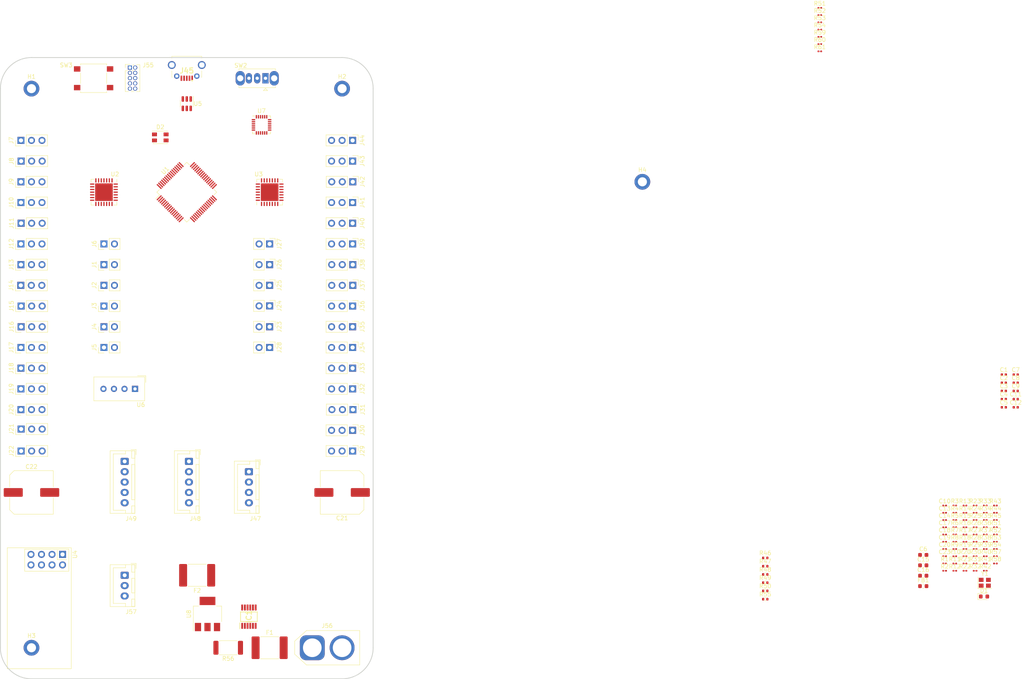
<source format=kicad_pcb>
(kicad_pcb (version 20221018) (generator pcbnew)
  (layers (0 "F.Cu" signal "FRONT SIG") (1 "In1.Cu" power "PWR") (2 "In2.Cu" power "GND") (31 "B.Cu" signal "BACK SIG") (34 "B.Paste" user) (35 "F.Paste" user) (36 "B.SilkS" user "B.Silkscreen") (37 "F.SilkS" user "F.Silkscreen") (38 "B.Mask" user) (39 "F.Mask" user) (44 "Edge.Cuts" user))
  (net 0 "")
  (net 1 "+3.3V")
  (net 2 "GND")
  (net 3 "+3.3VA")
  (net 4 "Net-(U1-VCAP_1)")
  (net 5 "Net-(U1-VCAP_2)")
  (net 6 "HSE_OUT")
  (net 7 "HSE_IN")
  (net 8 "+7.5V")
  (net 9 "/NO_FUSE_3V3")
  (net 10 "Net-(U7-CPOUT)")
  (net 11 "Net-(IC1-ADR1)")
  (net 12 "Net-(D1-K)")
  (net 13 "POW_MON")
  (net 14 "/BAT_POS")
  (net 15 "I2C2_SCL")
  (net 16 "I2C2_SDA")
  (net 17 "PWR_INT")
  (net 18 "U1A0")
  (net 19 "U1A1")
  (net 20 "U1A2")
  (net 21 "U1A3")
  (net 22 "U1A4")
  (net 23 "U1A5")
  (net 24 "Servo0")
  (net 25 "Servo1")
  (net 26 "Servo2")
  (net 27 "Servo3")
  (net 28 "Servo4")
  (net 29 "Servo5")
  (net 30 "Servo6")
  (net 31 "Servo7")
  (net 32 "Servo8")
  (net 33 "Servo9")
  (net 34 "Servo10")
  (net 35 "Servo11")
  (net 36 "Servo12")
  (net 37 "Servo13")
  (net 38 "Servo14")
  (net 39 "Servo15")
  (net 40 "U2A0")
  (net 41 "U2A1")
  (net 42 "U2A2")
  (net 43 "U2A3")
  (net 44 "U2A4")
  (net 45 "U2A5")
  (net 46 "Servo16")
  (net 47 "Servo17")
  (net 48 "Servo18")
  (net 49 "Servo19")
  (net 50 "Servo20")
  (net 51 "Servo21")
  (net 52 "Servo22")
  (net 53 "Servo23")
  (net 54 "Servo24")
  (net 55 "Servo25")
  (net 56 "Servo26")
  (net 57 "Servo27")
  (net 58 "Servo28")
  (net 59 "Servo29")
  (net 60 "Servo30")
  (net 61 "Servo31")
  (net 62 "VBUS")
  (net 63 "/USB_ESD_D-")
  (net 64 "/USB_ESD_D+")
  (net 65 "USB_ID")
  (net 66 "Net-(J46-TMS{slash}SWDIO)")
  (net 67 "Net-(J46-TCK{slash}SWDCLK)")
  (net 68 "Net-(J46-TDO{slash}SWO)")
  (net 69 "Net-(J46-~{SRST})")
  (net 70 "I2C1_SCL")
  (net 71 "I2C1_SDA")
  (net 72 "SPI1_MOSI")
  (net 73 "SPI1_MISO")
  (net 74 "SPI1_SCK")
  (net 75 "SPI2_MISO")
  (net 76 "SPI2_MOSI")
  (net 77 "SPI2_SCK")
  (net 78 "Net-(J55-~{RESET})")
  (net 79 "Net-(J55-SWDCLK{slash}TCK)")
  (net 80 "Net-(J55-SWDIO{slash}TMS)")
  (net 81 "Net-(J55-SWO{slash}TDO)")
  (net 82 "Net-(U2-LED0)")
  (net 83 "Net-(U2-LED1)")
  (net 84 "Net-(U2-LED2)")
  (net 85 "Net-(U2-LED3)")
  (net 86 "Net-(U2-LED4)")
  (net 87 "Net-(U2-LED5)")
  (net 88 "Net-(U2-LED6)")
  (net 89 "Net-(U2-LED7)")
  (net 90 "Net-(U2-LED8)")
  (net 91 "Net-(U2-LED9)")
  (net 92 "Net-(U2-LED10)")
  (net 93 "Net-(U2-LED11)")
  (net 94 "Net-(U2-LED12)")
  (net 95 "Net-(U2-LED13)")
  (net 96 "Net-(U2-LED14)")
  (net 97 "Net-(U2-LED15)")
  (net 98 "Net-(U3-LED0)")
  (net 99 "Net-(U3-LED1)")
  (net 100 "Net-(U3-LED2)")
  (net 101 "Net-(U3-LED3)")
  (net 102 "Net-(U3-LED4)")
  (net 103 "Net-(U3-LED5)")
  (net 104 "Net-(U3-LED6)")
  (net 105 "Net-(U3-LED7)")
  (net 106 "Net-(U3-LED8)")
  (net 107 "Net-(U3-LED9)")
  (net 108 "Net-(U3-LED10)")
  (net 109 "Net-(U3-LED11)")
  (net 110 "Net-(U3-LED12)")
  (net 111 "Net-(U3-LED13)")
  (net 112 "Net-(U3-LED14)")
  (net 113 "Net-(U3-LED15)")
  (net 114 "/BOOT0")
  (net 115 "/SW_BOOT0")
  (net 116 "NRST")
  (net 117 "SWDCLK")
  (net 118 "SWDIO")
  (net 119 "SWDO")
  (net 120 "DHT11_DA")
  (net 121 "Net-(U2-~{OE})")
  (net 122 "Net-(U3-~{OE})")
  (net 123 "/PC13")
  (net 124 "/PC14")
  (net 125 "/PC15")
  (net 126 "/PC0")
  (net 127 "NRF_IRQ")
  (net 128 "NRF_CE")
  (net 129 "NRF_CSN")
  (net 130 "/PB0")
  (net 131 "/PB1")
  (net 132 "IMU_INT")
  (net 133 "/PB14")
  (net 134 "/PB15")
  (net 135 "/PC6")
  (net 136 "/PC7")
  (net 137 "/PC8")
  (net 138 "USB_D-")
  (net 139 "USB_D+")
  (net 140 "/PA15")
  (net 141 "/PC10")
  (net 142 "/PC11")
  (net 143 "UART5_TX")
  (net 144 "UART5_RX")
  (net 145 "/PB4")
  (net 146 "/PB5")
  (net 147 "/PB8")
  (net 164 "STATUS_R")
  (net 165 "Net-(D2-RA)")
  (net 166 "STATUS_G")
  (net 167 "Net-(D2-GA)")
  (net 168 "STATUS_B")
  (net 169 "Net-(D2-BA)")
  (net 170 "/PA0")
  (net 171 "/PA1")
  (net 174 "/RESET_CAP")
  (net 175 "USART2_TX")
  (net 176 "USART2_RX")
  (net 177 "USART2_CK")
  (net 178 "I2C3_SDA")
  (net 179 "I2C3_SCL")
  (footprint "Resistor_SMD:R_0201_0603Metric" (layer "F.Cu") (at 265.4375 151.16)
    (fp_text reference "R9" (at 0 -1.05) (layer "F.SilkS"))
    (fp_text value "220")
    (pad "1" smd roundrect (at -0.32 0) (size 0.46 0.4) (layers "F.Cu" "F.Mask") (net 26 "Servo2"))
    (pad "2" smd roundrect (at 0.32 0) (size 0.46 0.4) (layers "F.Cu" "F.Mask") (net 84 "Net-(U2-LED2)"))
  )
  (footprint "Package_TO_SOT_SMD:SOT-223-3_TabPin2" (layer "F.Cu") (at 85 166.85 90)
    (fp_text reference "U8" (at 0 -4.5 90) (layer "F.SilkS"))
    (fp_text value "AMS1117-3.3")
    (pad "1" smd rect (at -3.15 -2.3 90) (size 2 1.5) (layers "F.Cu" "F.Paste" "F.Mask") (net 2 "GND"))
    (pad "2" smd rect (at -3.15 0 90) (size 2 1.5) (layers "F.Cu" "F.Paste" "F.Mask") (net 9 "/NO_FUSE_3V3"))
    (pad "2" smd rect (at 3.15 0 90) (size 2 3.8) (layers "F.Cu" "F.Paste" "F.Mask") (net 9 "/NO_FUSE_3V3"))
    (pad "3" smd rect (at -3.15 2.3 90) (size 2 1.5) (layers "F.Cu" "F.Paste" "F.Mask") (net 8 "+7.5V"))
  )
  (footprint "Resistor_SMD:R_0201_0603Metric" (layer "F.Cu") (at 267.8875 140.66)
    (fp_text reference "R13" (at 0 -1.05) (layer "F.SilkS"))
    (fp_text value "220")
    (pad "1" smd roundrect (at -0.32 0) (size 0.46 0.4) (layers "F.Cu" "F.Mask") (net 30 "Servo6"))
    (pad "2" smd roundrect (at 0.32 0) (size 0.46 0.4) (layers "F.Cu" "F.Mask") (net 88 "Net-(U2-LED6)"))
  )
  (footprint "Resistor_SMD:R_0201_0603Metric" (layer "F.Cu") (at 270.3375 151.16)
    (fp_text reference "R29" (at 0 -1.05) (layer "F.SilkS"))
    (fp_text value "220")
    (pad "1" smd roundrect (at -0.32 0) (size 0.46 0.4) (layers "F.Cu" "F.Mask") (net 46 "Servo16"))
    (pad "2" smd roundrect (at 0.32 0) (size 0.46 0.4) (layers "F.Cu" "F.Mask") (net 98 "Net-(U3-LED0)"))
  )
  (footprint "Resistor_SMD:R_0201_0603Metric" (layer "F.Cu") (at 270.3375 144.16)
    (fp_text reference "R25" (at 0 -1.05) (layer "F.SilkS"))
    (fp_text value "220")
    (pad "1" smd roundrect (at -0.32 0) (size 0.46 0.4) (layers "F.Cu" "F.Mask") (net 42 "U2A2"))
    (pad "2" smd roundrect (at 0.32 0) (size 0.46 0.4) (layers "F.Cu" "F.Mask") (net 2 "GND"))
  )
  (footprint "Resistor_SMD:R_0201_0603Metric" (layer "F.Cu") (at 275.2375 152.91)
    (fp_text reference "R57" (at 0 -1.05) (layer "F.SilkS"))
    (fp_text value "220")
    (pad "1" smd roundrect (at -0.32 0) (size 0.46 0.4) (layers "F.Cu" "F.Mask") (net 121 "Net-(U2-~{OE})"))
    (pad "2" smd roundrect (at 0.32 0) (size 0.46 0.4) (layers "F.Cu" "F.Mask") (net 2 "GND"))
  )
  (footprint "Connector_PinHeader_2.54mm:PinHeader_1x03_P2.54mm_Vertical" (layer "F.Cu") (at 120.04 97.5 -90)
    (fp_text reference "J35" (at 0 -2.33 90) (layer "F.SilkS"))
    (fp_text value "Servo")
    (pad "1" thru_hole rect (at 0 0 270) (size 1.7 1.7) (drill 1) (layers "*.Cu" "*.Mask") (net 2 "GND"))
    (pad "2" thru_hole oval (at 0 2.54 270) (size 1.7 1.7) (drill 1) (layers "*.Cu" "*.Mask") (net 8 "+7.5V"))
    (pad "3" thru_hole oval (at 0 5.08 270) (size 1.7 1.7) (drill 1) (layers "*.Cu" "*.Mask") (net 52 "Servo22"))
  )
  (footprint "Capacitor_SMD:C_0201_0603Metric" (layer "F.Cu") (at 262.9875 142.41)
    (fp_text reference "C13" (at 0 -1.05) (layer "F.SilkS"))
    (fp_text value "10p")
    (pad "1" smd roundrect (at -0.32 0) (size 0.46 0.4) (layers "F.Cu" "F.Mask") (net 6 "HSE_OUT"))
    (pad "2" smd roundrect (at 0.32 0) (size 0.46 0.4) (layers "F.Cu" "F.Mask") (net 2 "GND"))
  )
  (footprint "Capacitor_SMD:C_0402_1005Metric" (layer "F.Cu") (at 280.1475 109.06)
    (fp_text reference "C7" (at 0 -1.16) (layer "F.SilkS"))
    (fp_text value "10n")
    (pad "1" smd roundrect (at -0.48 0) (size 0.56 0.62) (layers "F.Cu" "F.Paste" "F.Mask") (net 3 "+3.3VA"))
    (pad "2" smd roundrect (at 0.48 0) (size 0.56 0.62) (layers "F.Cu" "F.Paste" "F.Mask") (net 2 "GND"))
  )
  (footprint "Resistor_SMD:R_0201_0603Metric" (layer "F.Cu") (at 262.9875 156.41)
    (fp_text reference "R2" (at 0 -1.05) (layer "F.SilkS"))
    (fp_text value "220")
    (pad "1" smd roundrect (at -0.32 0) (size 0.46 0.4) (layers "F.Cu" "F.Mask") (net 19 "U1A1"))
    (pad "2" smd roundrect (at 0.32 0) (size 0.46 0.4) (layers "F.Cu" "F.Mask") (net 2 "GND"))
  )
  (footprint "Connector_PinHeader_2.54mm:PinHeader_1x03_P2.54mm_Vertical" (layer "F.Cu") (at 120.04 72.5 -90)
    (fp_text reference "J40" (at 0 -2.33 90) (layer "F.SilkS"))
    (fp_text value "Servo")
    (pad "1" thru_hole rect (at 0 0 270) (size 1.7 1.7) (drill 1) (layers "*.Cu" "*.Mask") (net 2 "GND"))
    (pad "2" thru_hole oval (at 0 2.54 270) (size 1.7 1.7) (drill 1) (layers "*.Cu" "*.Mask") (net 8 "+7.5V"))
    (pad "3" thru_hole oval (at 0 5.08 270) (size 1.7 1.7) (drill 1) (layers "*.Cu" "*.Mask") (net 57 "Servo27"))
  )
  (footprint "Resistor_SMD:R_0201_0603Metric" (layer "F.Cu") (at 232.845 20.5)
    (fp_text reference "R51" (at 0 -1.05) (layer "F.SilkS"))
    (fp_text value "220")
    (pad "1" smd roundrect (at -0.32 0) (size 0.46 0.4) (layers "F.Cu" "F.Mask") (net 78 "Net-(J55-~{RESET})"))
    (pad "2" smd roundrect (at 0.32 0) (size 0.46 0.4) (layers "F.Cu" "F.Mask") (net 116 "NRST"))
  )
  (footprint "Resistor_SMD:R_0201_0603Metric" (layer "F.Cu") (at 265.4375 156.41)
    (fp_text reference "R12" (at 0 -1.05) (layer "F.SilkS"))
    (fp_text value "220")
    (pad "1" smd roundrect (at -0.32 0) (size 0.46 0.4) (layers "F.Cu" "F.Mask") (net 29 "Servo5"))
    (pad "2" smd roundrect (at 0.32 0) (size 0.46 0.4) (layers "F.Cu" "F.Mask") (net 87 "Net-(U2-LED5)"))
  )
  (footprint "Connector_PinHeader_2.54mm:PinHeader_1x02_P2.54mm_Vertical" (layer "F.Cu") (at 100 92.46 -90)
    (fp_text reference "J24" (at 0 -2.33 90) (layer "F.SilkS"))
    (fp_text value "U1A")
    (pad "1" thru_hole rect (at 0 0 270) (size 1.7 1.7) (drill 1) (layers "*.Cu" "*.Mask") (net 41 "U2A1"))
    (pad "2" thru_hole oval (at 0 2.54 270) (size 1.7 1.7) (drill 1) (layers "*.Cu" "*.Mask") (net 1 "+3.3V"))
  )
  (footprint "Capacitor_SMD:C_0201_0603Metric" (layer "F.Cu") (at 262.9875 140.66)
    (fp_text reference "C10" (at 0 -1.05) (layer "F.SilkS"))
    (fp_text value "100n")
    (pad "1" smd roundrect (at -0.32 0) (size 0.46 0.4) (layers "F.Cu" "F.Mask") (net 2 "GND"))
    (pad "2" smd roundrect (at 0.32 0) (size 0.46 0.4) (layers "F.Cu" "F.Mask") (net 174 "/RESET_CAP"))
  )
  (footprint "Connector_JST:JST_XH_B3B-XH-A_1x03_P2.50mm_Vertical" (layer "F.Cu") (at 65 157.5 -90)
    (fp_text reference "J57" (at 8.25 -3 -180) (layer "F.SilkS") (effects (justify right top)))
    (fp_text value "Conn_01x03")
    (pad "1" thru_hole roundrect (at 0 0 270) (size 1.7 1.95) (drill 0.95) (layers "*.Cu" "*.Mask") (roundrect_rratio 0.147059) (net 2 "GND"))
    (pad "2" thru_hole oval (at 2.5 0 270) (size 1.7 1.95) (drill 0.95) (layers "*.Cu" "*.Mask") (net 1 "+3.3V"))
    (pad "3" thru_hole oval (at 5 0 270) (size 1.7 1.95) (drill 0.95) (layers "*.Cu" "*.Mask") (net 8 "+7.5V"))
  )
  (footprint "Resistor_SMD:R_0201_0603Metric" (layer "F.Cu") (at 275.2375 140.66)
    (fp_text reference "R43" (at 0 -1.05) (layer "F.SilkS"))
    (fp_text value "220")
    (pad "1" smd roundrect (at -0.32 0) (size 0.46 0.4) (layers "F.Cu" "F.Mask") (net 60 "Servo30"))
    (pad "2" smd roundrect (at 0.32 0) (size 0.46 0.4) (layers "F.Cu" "F.Mask") (net 112 "Net-(U3-LED14)"))
  )
  (footprint "Resistor_SMD:R_0201_0603Metric" (layer "F.Cu") (at 270.3375 147.66)
    (fp_text reference "R27" (at 0 -1.05) (layer "F.SilkS"))
    (fp_text value "220")
    (pad "1" smd roundrect (at -0.32 0) (size 0.46 0.4) (layers "F.Cu" "F.Mask") (net 44 "U2A4"))
    (pad "2" smd roundrect (at 0.32 0) (size 0.46 0.4) (layers "F.Cu" "F.Mask") (net 2 "GND"))
  )
  (footprint "Connector_PinHeader_1.27mm:PinHeader_2x05_P1.27mm_Vertical" (layer "F.Cu") (at 66.27 34.92)
    (fp_text reference "J55" (at 2.98 -1.17) (layer "F.SilkS") (effects (justify left top)))
    (fp_text value "Conn_ARM_JTAG_SWD_10")
    (pad "1" thru_hole rect (at 0 0) (size 1 1) (drill 0.65) (layers "*.Cu" "*.Mask") (net 1 "+3.3V"))
    (pad "2" thru_hole oval (at 1.27 0) (size 1 1) (drill 0.65) (layers "*.Cu" "*.Mask") (net 80 "Net-(J55-SWDIO{slash}TMS)"))
    (pad "3" thru_hole oval (at 0 1.27) (size 1 1) (drill 0.65) (layers "*.Cu" "*.Mask") (net 2 "GND"))
    (pad "4" thru_hole oval (at 1.27 1.27) (size 1 1) (drill 0.65) (layers "*.Cu" "*.Mask") (net 79 "Net-(J55-SWDCLK{slash}TCK)"))
    (pad "5" thru_hole oval (at 0 2.54) (size 1 1) (drill 0.65) (layers "*.Cu" "*.Mask") (net 2 "GND"))
    (pad "6" thru_hole oval (at 1.27 2.54) (size 1 1) (drill 0.65) (layers "*.Cu" "*.Mask") (net 81 "Net-(J55-SWO{slash}TDO)"))
    (pad "7" thru_hole oval (at 0 3.81) (size 1 1) (drill 0.65) (layers "*.Cu" "*.Mask"))
    (pad "8" thru_hole oval (at 1.27 3.81) (size 1 1) (drill 0.65) (layers "*.Cu" "*.Mask"))
    (pad "9" thru_hole oval (at 0 5.08) (size 1 1) (drill 0.65) (layers "*.Cu" "*.Mask") (net 2 "GND"))
    (pad "10" thru_hole oval (at 1.27 5.08) (size 1 1) (drill 0.65) (layers "*.Cu" "*.Mask") (net 78 "Net-(J55-~{RESET})"))
  )
  (footprint "Resistor_SMD:R_0201_0603Metric" (layer "F.Cu") (at 275.2375 151.16)
    (fp_text reference "R54" (at 0 -1.05) (layer "F.SilkS"))
    (fp_text value "22")
    (pad "1" smd roundrect (at -0.32 0) (size 0.46 0.4) (layers "F.Cu" "F.Mask") (net 119 "SWDO"))
    (pad "2" smd roundrect (at 0.32 0) (size 0.46 0.4) (layers "F.Cu" "F.Mask") (net 68 "Net-(J46-TDO{slash}SWO)"))
  )
  (footprint "Package_DFN_QFN:QFN-28-1EP_6x6mm_P0.65mm_EP4.25x4.25mm" (layer "F.Cu") (at 100 65 90)
    (fp_text reference "U3" (at 3.75 -3.75 180) (layer "F.SilkS") (effects (justify left bottom)))
    (fp_text value "PCA9685BS")
    (pad "1" smd roundrect (at -2.8375 -1.95 90) (size 1.025 0.3) (layers "F.Cu" "F.Paste" "F.Mask") (net 43 "U2A3"))
    (pad "2" smd roundrect (at -2.8375 -1.3 90) (size 1.025 0.3) (layers "F.Cu" "F.Paste" "F.Mask") (net 44 "U2A4"))
    (pad "3" smd roundrect (at -2.8375 -0.65 90) (size 1.025 0.3) (layers "F.Cu" "F.Paste" "F.Mask") (net 98 "Net-(U3-LED0)"))
    (pad "4" smd roundrect (at -2.8375 0 90) (size 1.025 0.3) (layers "F.Cu" "F.Paste" "F.Mask") (net 99 "Net-(U3-LED1)"))
    (pad "5" smd roundrect (at -2.8375 0.65 90) (size 1.025 0.3) (layers "F.Cu" "F.Paste" "F.Mask") (net 100 "Net-(U3-LED2)"))
    (pad "6" smd roundrect (at -2.8375 1.3 90) (size 1.025 0.3) (layers "F.Cu" "F.Paste" "F.Mask") (net 101 "Net-(U3-LED3)"))
    (pad "7" smd roundrect (at -2.8375 1.95 90) (size 1.025 0.3) (layers "F.Cu" "F.Paste" "F.Mask") (net 102 "Net-(U3-LED4)"))
    (pad "8" smd roundrect (at -1.95 2.8375 90) (size 0.3 1.025) (layers "F.Cu" "F.Paste" "F.Mask") (net 103 "Net-(U3-LED5)"))
    (pad "9" smd roundrect (at -1.3 2.8375 90) (size 0.3 1.025) (layers "F.Cu" "F.Paste" "F.Mask") (net 104 "Net-(U3-LED6)"))
    (pad "10" smd roundrect (at -0.65 2.8375 90) (size 0.3 1.025) (layers "F.Cu" "F.Paste" "F.Mask") (net 105 "Net-(U3-LED7)"))
    (pad "11" smd roundrect (at 0 2.8375 90) (size 0.3 1.025) (layers "F.Cu" "F.Paste" "F.Mask") (net 2 "GND"))
    (pad "12" smd roundrect (at 0.65 2.8375 90) (size 0.3 1.025) (layers "F.Cu" "F.Paste" "F.Mask") (net 106 "Net-(U3-LED8)"))
    (pad "13" smd roundrect (at 1.3 2.8375 90) (size 0.3 1.025) (layers "F.Cu" "F.Paste" "F.Mask") (net 107 "Net-(U3-LED9)"))
    (pad "14" smd roundrect (at 1.95 2.8375 90) (size 0.3 1.025) (layers "F.Cu" "F.Paste" "F.Mask") (net 108 "Net-(U3-LED10)"))
    (pad "15" smd roundrect (at 2.8375 1.95 90) (size 1.025 0.3) (layers "F.Cu" "F.Paste" "F.Mask") (net 109 "Net-(U3-LED11)"))
    (pad "16" smd roundrect (at 2.8375 1.3 90) (size 1.025 0.3) (layers "F.Cu" "F.Paste" "F.Mask") (net 110 "Net-(U3-LED12)"))
    (pad "17" smd roundrect (at 2.8375 0.65 90) (size 1.025 0.3) (layers "F.Cu" "F.Paste" "F.Mask") (net 111 "Net-(U3-LED13)"))
    (pad "18" smd roundrect (at 2.8375 0 90) (size 1.025 0.3) (layers "F.Cu" "F.Paste" "F.Mask") (net 112 "Net-(U3-LED14)"))
    (pad "19" smd roundrect (at 2.8375 -0.65 90) (size 1.025 0.3) (layers "F.Cu" "F.Paste" "F.Mask") (net 113 "Net-(U3-LED15)"))
    (pad "20" smd roundrect (at 2.8375 -1.3 90) (size 1.025 0.3) (layers "F.Cu" "F.Paste" "F.Mask") (net 122 "Net-(U3-~{OE})"))
    (pad "21" smd roundrect (at 2.8375 -1.95 90) (size 1.025 0.3) (layers "F.Cu" "F.Paste" "F.Mask") (net 45 "U2A5"))
    (pad "22" smd roundrect (at 1.95 -2.8375 90) (size 0.3 1.025) (layers "F.Cu" "F.Paste" "F.Mask"))
    (pad "23" smd roundrect (at 1.3 -2.8375 90) (size 0.3 1.025) (layers "F.Cu" "F.Paste" "F.Mask") (net 70 "I2C1_SCL"))
    (pad "24" smd roundrect (at 0.65 -2.8375 90) (size 0.3 1.025) (layers "F.Cu" "F.Paste" "F.Mask") (net 71 "I2C1_SDA"))
    (pad "25" smd roundrect (at 0 -2.8375 90) (size 0.3 1.025) (layers "F.Cu" "F.Paste" "F.Mask") (net 1 "+3.3V"))
    (pad "26" smd roundrect (at -0.65 -2.8375 90) (size 0.3 1.025) (layers "F.Cu" "F.Paste" "F.Mask") (net 40 "U2A0"))
    (pad "27" smd roundrect (at -1.3 -2.8375 90) (size 0.3 1.025) (layers "F.Cu" "F.Paste" "F.Mask") (net 41 "U2A1"))
    (pad "28" smd roundrect (at -1.95 -2.8375 90) (size 0.3 1.025) (layers "F.Cu" "F.Paste" "F.Mask") (net 42 "U2A2"))
    (pad "29" smd rect (at 0 0 90) (size 4.25 4.25) (layers "F.Cu" "F.Mask") (net 2 "GND"))
  )
  (footprint "Connector_JST:JST_XH_B4B-XH-A_1x04_P2.50mm_Vertical" (layer "F.Cu") (at 95 132.5 -90)
    (fp_text reference "J47" (at 10.75 -3 180) (layer "F.SilkS") (effects (justify right top)))
    (fp_text value "Conn_01x04")
    (pad "1" thru_hole roundrect (at 0 0 270) (size 1.7 1.95) (drill 0.95) (layers "*.Cu" "*.Mask") (roundrect_rratio 0.147059) (net 15 "I2C2_SCL"))
    (pad "2" thru_hole oval (at 2.5 0 270) (size 1.7 1.95) (drill 0.95) (layers "*.Cu" "*.Mask") (net 16 "I2C2_SDA"))
    (pad "3" thru_hole oval (at 5 0 270) (size 1.7 1.95) (drill 0.95) (layers "*.Cu" "*.Mask") (net 2 "GND"))
    (pad "4" thru_hole oval (at 7.5 0 270) (size 1.7 1.95) (drill 0.95) (layers "*.Cu" "*.Mask") (net 1 "+3.3V"))
  )
  (footprint "Package_QFP:LQFP-64_10x10mm_P0.5mm" (layer "F.Cu") (at 80 65 45)
    (fp_text reference "U1" (at 0 -7.4 45) (layer "F.SilkS"))
    (fp_text value "STM32F405RGT6")
    (pad "1" smd roundrect (at -5.675 -3.75 45) (size 1.55 0.3) (layers "F.Cu" "F.Paste" "F.Mask") (net 1 "+3.3V"))
    (pad "2" smd roundrect (at -5.675 -3.25 45) (size 1.55 0.3) (layers "F.Cu" "F.Paste" "F.Mask") (net 123 "/PC13"))
    (pad "3" smd roundrect (at -5.675 -2.75 45) (size 1.55 0.3) (layers "F.Cu" "F.Paste" "F.Mask") (net 124 "/PC14"))
    (pad "4" smd roundrect (at -5.675 -2.25 45) (size 1.55 0.3) (layers "F.Cu" "F.Paste" "F.Mask") (net 125 "/PC15"))
    (pad "5" smd roundrect (at -5.675 -1.75 45) (size 1.55 0.3) (layers "F.Cu" "F.Paste" "F.Mask") (net 7 "HSE_IN"))
    (pad "6" smd roundrect (at -5.675 -1.25 45) (size 1.55 0.3) (layers "F.Cu" "F.Paste" "F.Mask") (net 6 "HSE_OUT"))
    (pad "7" smd roundrect (at -5.675 -0.75 45) (size 1.55 0.3) (layers "F.Cu" "F.Paste" "F.Mask") (net 116 "NRST"))
    (pad "8" smd roundrect (at -5.675 -0.25 45) (size 1.55 0.3) (layers "F.Cu" "F.Paste" "F.Mask") (net 126 "/PC0"))
    (pad "9" smd roundrect (at -5.675 0.25 45) (size 1.55 0.3) (layers "F.Cu" "F.Paste" "F.Mask") (net 120 "DHT11_DA"))
    (pad "10" smd roundrect (at -5.675 0.75 45) (size 1.55 0.3) (layers "F.Cu" "F.Paste" "F.Mask") (net 75 "SPI2_MISO"))
    (pad "11" smd roundrect (at -5.675 1.25 45) (size 1.55 0.3) (layers "F.Cu" "F.Paste" "F.Mask") (net 76 "SPI2_MOSI"))
    (pad "12" smd roundrect (at -5.675 1.75 45) (size 1.55 0.3) (layers "F.Cu" "F.Paste" "F.Mask") (net 2 "GND"))
    (pad "13" smd roundrect (at -5.675 2.25 45) (size 1.55 0.3) (layers "F.Cu" "F.Paste" "F.Mask") (net 3 "+3.3VA"))
    (pad "14" smd roundrect (at -5.675 2.75 45) (size 1.55 0.3) (layers "F.Cu" "F.Paste" "F.Mask") (net 170 "/PA0"))
    (pad "15" smd roundrect (at -5.675 3.25 45) (size 1.55 0.3) (layers "F.Cu" "F.Paste" "F.Mask") (net 171 "/PA1"))
    (pad "16" smd roundrect (at -5.675 3.75 45) (size 1.55 0.3) (layers "F.Cu" "F.Paste" "F.Mask") (net 175 "USART2_TX"))
    (pad "17" smd roundrect (at -3.75 5.675 45) (size 0.3 1.55) (layers "F.Cu" "F.Paste" "F.Mask") (net 176 "USART2_RX"))
    (pad "18" smd roundrect (at -3.25 5.675 45) (size 0.3 1.55) (layers "F.Cu" "F.Paste" "F.Mask") (net 2 "GND"))
    (pad "19" smd roundrect (at -2.75 5.675 45) (size 0.3 1.55) (layers "F.Cu" "F.Paste" "F.Mask") (net 1 "+3.3V"))
    (pad "20" smd roundrect (at -2.25 5.675 45) (size 0.3 1.55) (layers "F.Cu" "F.Paste" "F.Mask") (net 177 "USART2_CK"))
    (pad "21" smd roundrect (at -1.75 5.675 45) (size 0.3 1.55) (layers "F.Cu" "F.Paste" "F.Mask") (net 74 "SPI1_SCK"))
    (pad "22" smd roundrect (at -1.25 5.675 45) (size 0.3 1.55) (layers "F.Cu" "F.Paste" "F.Mask") (net 73 "SPI1_MISO"))
    (pad "23" smd roundrect (at -0.75 5.675 45) (size 0.3 1.55) (layers "F.Cu" "F.Paste" "F.Mask") (net 72 "SPI1_MOSI"))
    (pad "24" smd roundrect (at -0.25 5.675 45) (size 0.3 1.55) (layers "F.Cu" "F.Paste" "F.Mask") (net 128 "NRF_CE"))
    (pad "25" smd roundrect (at 0.25 5.675 45) (size 0.3 1.55) (layers "F.Cu" "F.Paste" "F.Mask") (net 129 "NRF_CSN"))
    (pad "26" smd roundrect (at 0.75 5.675 45) (size 0.3 1.55) (layers "F.Cu" "F.Paste" "F.Mask") (net 130 "/PB0"))
    (pad "27" smd roundrect (at 1.25 5.675 45) (size 0.3 1.55) (layers "F.Cu" "F.Paste" "F.Mask") (net 131 "/PB1"))
    (pad "28" smd roundrect (at 1.75 5.675 45) (size 0.3 1.55) (layers "F.Cu" "F.Paste" "F.Mask") (net 17 "PWR_INT"))
    (pad "29" smd roundrect (at 2.25 5.675 45) (size 0.3 1.55) (layers "F.Cu" "F.Paste" "F.Mask") (net 15 "I2C2_SCL"))
    (pad "30" smd roundrect (at 2.75 5.675 45) (size 0.3 1.55) (layers "F.Cu" "F.Paste" "F.Mask") (net 16 "I2C2_SDA"))
    (pad "31" smd roundrect (at 3.25 5.675 45) (size 0.3 1.55) (layers "F.Cu" "F.Paste" "F.Mask") (net 4 "Net-(U1-VCAP_1)"))
    (pad "32" smd roundrect (at 3.75 5.675 45) (size 0.3 1.55) (layers "F.Cu" "F.Paste" "F.Mask") (net 1 "+3.3V"))
    (pad "33" smd roundrect (at 5.675 3.75 45) (size 1.55 0.3) (layers "F.Cu" "F.Paste" "F.Mask") (net 132 "IMU_INT"))
    (pad "34" smd roundrect (at 5.675 3.25 45) (size 1.55 0.3) (layers "F.Cu" "F.Paste" "F.Mask") (net 77 "SPI2_SCK"))
    (pad "35" smd roundrect (at 5.675 2.75 45) (size 1.55 0.3) (layers "F.Cu" "F.Paste" "F.Mask") (net 133 "/PB14"))
    (pad "36" smd roundrect (at 5.675 2.25 45) (size 1.55 0.3) (layers "F.Cu" "F.Paste" "F.Mask") (net 134 "/PB15"))
    (pad "37" smd roundrect (at 5.675 1.75 45) (size 1.55 0.3) (layers "F.Cu" "F.Paste" "F.Mask") (net 135 "/PC6"))
    (pad "38" smd roundrect (at 5.675 1.25 45) (size 1.55 0.3) (layers "F.Cu" "F.Paste" "F.Mask") (net 136 "/PC7"))
    (pad "39" smd roundrect (at 5.675 0.75 45) (size 1.55 0.3) (layers "F.Cu" "F.Paste" "F.Mask") (net 137 "/PC8"))
    (pad "40" smd roundrect (at 5.675 0.25 45) (size 1.55 0.3) (layers "F.Cu" "F.Paste" "F.Mask") (net 178 "I2C3_SDA"))
    (pad "41" smd roundrect (at 5.675 -0.25 45) (size 1.55 0.3) (layers "F.Cu" "F.Paste" "F.Mask") (net 179 "I2C3_SCL"))
    (pad "42" smd roundrect (at 5.675 -0.75 45) (size 1.55 0.3) (layers "F.Cu" "F.Paste" "F.Mask") (net 132 "IMU_INT"))
    (pad "43" smd roundrect (at 5.675 -1.25 45) (size 1.55 0.3) (layers "F.Cu" "F.Paste" "F.Mask") (net 65 "USB_ID"))
    (pad "44" smd roundrect (at 5.675 -1.75 45) (size 1.55 0.3) (layers "F.Cu" "F.Paste" "F.Mask") (net 138 "USB_D-"))
    (pad "45" smd roundrect (at 5.675 -2.25 45) (size 1.55 0.3) (layers "F.Cu" "F.Paste" "F.Mask") (net 139 "USB_D+"))
    (pad "46" smd roundrect (at 5.675 -2.75 45) (size 1.55 0.3) (layers "F.Cu" "F.Paste" "F.Mask") (net 118 "SWDIO"))
    (pad "47" smd roundrect (at 5.675 -3.25 45) (size 1.55 0.3) (layers "F.Cu" "F.Paste" "F.Mask") (net 5 "Net-(U1-VCAP_2)"))
    (pad "48" smd roundrect (at 5.675 -3.75 45) (size 1.55 0.3) (layers "F.Cu" "F.Paste" "F.Mask") (net 1 "+3.3V"))
    (pad "49" smd roundrect (at 3.75 -5.675 45) (size 0.3 1.55) (layers "F.Cu" "F.Paste" "F.Mask") (net 117 "SWDCLK"))
    (pad "50" smd roundrect (at 3.25 -5.675 45) (size 0.3 1.55) (layers "F.Cu" "F.Paste" "F.Mask") (net 140 "/PA15"))
    (pad "51" smd roundrect (at 2.75 -5.675 45) (size 0.3 1.55) (layers "F.Cu" "F.Paste" "F.Mask") (net 141 "/PC10"))
    (pad "52" smd roundrect (at 2.25 -5.675 45) (size 0.3 1.55) (layers "F.Cu" "F.Paste" "F.Mask") (net 142 "/PC11"))
    (pad "53" smd roundrect (at 1.75 -5.675 45) (size 0.3 1.55) (layers "F.Cu" "F.Paste" "F.Mask") (net 143 "UART5_TX"))
    (pad "54" smd roundrect (at 1.25 -5.675 45) (size 0.3 1.55) (layers "F.Cu" "F.Paste" "F.Mask") (net 144 "UART5_RX"))
    (pad "55" smd roundrect (at 0.75 -5.675 45) (size 0.3 1.55) (layers "F.Cu" "F.Paste" "F.Mask") (net 119 "SWDO"))
    (pad "56" smd roundrect (at 0.25 -5.675 45) (size 0.3 1.55) (layers "F.Cu" "F.Paste" "F.Mask") (net 145 "/PB4"))
    (pad "57" smd roundrect (at -0.25 -5.675 45) (size 0.3 1.55) (layers "F.Cu" "F.Paste" "F.Mask") (net 146 "/PB5"))
    (pad "58" smd roundrect (at -0.75 -5.675 45) (size 0.3 1.55) (layers "F.Cu" "F.Paste" "F.Mask") (net 70 "I2C1_SCL"))
    (pad "59" smd roundrect (at -1.25 -5.675 45) (size 0.3 1.55) (layers "F.Cu" "F.Paste" "F.Mask") (net 71 "I2C1_SDA"))
    (pad "60" smd roundrect (at -1.75 -5.675 45) (size 0.3 1.55) (layers "F.Cu" "F.Paste" "F.Mask") (net 114 "/BOOT0"))
    (pad "61" smd roundrect (at -2.25 -5.675 45) (size 0.3 1.55) (layers "F.Cu" "F.Paste" "F.Mask") (net 147 "/PB8"))
    (pad "62" smd roundrect (at -2.75 -5.675 45) (size 0.3 1.55) (layers "F.Cu" "F.Paste" "F.Mask") (net 71 "I2C1_SDA"))
    (pad "63" smd roundrect (at -3.25 -5.675 45) (size 0.3 1.55) (layers "F.Cu" "F.Paste" "F.Mask") (net 2 "GND"))
    (pad "64" smd roundrect (at -3.75 -5.675 45) (size 0.3 1.55) (layers "F.Cu" "F.Paste" "F.Mask") (net 1 "+3.3V"))
  )
  (footprint "Connector_PinHeader_2.54mm:PinHeader_1x03_P2.54mm_Vertical" (layer "F.Cu") (at 39.96 102.5 90)
    (fp_text reference "J17" (at 0 -2.33 90) (layer "F.SilkS"))
    (fp_text value "Servo")
    (pad "1" thru_hole rect (at 0 0 90) (size 1.7 1.7) (drill 1) (layers "*.Cu" "*.Mask") (net 2 "GND"))
    (pad "2" thru_hole oval (at 0 2.54 90) (size 1.7 1.7) (drill 1) (layers "*.Cu" "*.Mask") (net 8 "+7.5V"))
    (pad "3" thru_hole oval (at 0 5.08 90) (size 1.7 1.7) (drill 1) (layers "*.Cu" "*.Mask") (net 34 "Servo10"))
  )
  (footprint "Capacitor_SMD:C_0402_1005Metric" (layer "F.Cu") (at 280.1475 111.03)
    (fp_text reference "C8" (at 0 -1.16) (layer "F.SilkS"))
    (fp_text value "1u")
    (pad "1" smd roundrect (at -0.48 0) (size 0.56 0.62) (layers "F.Cu" "F.Paste" "F.Mask") (net 3 "+3.3VA"))
    (pad "2" smd roundrect (at 0.48 0) (size 0.56 0.62) (layers "F.Cu" "F.Paste" "F.Mask") (net 2 "GND"))
  )
  (footprint "Resistor_SMD:R_0201_0603Metric" (layer "F.Cu") (at 267.8875 154.66)
    (fp_text reference "R21" (at 0 -1.05) (layer "F.SilkS"))
    (fp_text value "220")
    (pad "1" smd roundrect (at -0.32 0) (size 0.46 0.4) (layers "F.Cu" "F.Mask") (net 38 "Servo14"))
    (pad "2" smd roundrect (at 0.32 0) (size 0.46 0.4) (layers "F.Cu" "F.Mask") (net 96 "Net-(U2-LED14)"))
  )
  (footprint "Capacitor_SMD:C_0603_1608Metric" (layer "F.Cu") (at 257.8175 152.59)
    (fp_text reference "C6" (at 0 -1.43) (layer "F.SilkS"))
    (fp_text value "10u")
    (pad "1" smd roundrect (at -0.775 0) (size 0.9 0.95) (layers "F.Cu" "F.Paste" "F.Mask") (net 1 "+3.3V"))
    (pad "2" smd roundrect (at 0.775 0) (size 0.9 0.95) (layers "F.Cu" "F.Paste" "F.Mask") (net 2 "GND"))
  )
  (footprint "Capacitor_SMD:C_0201_0603Metric" (layer "F.Cu") (at 262.9875 149.41)
    (fp_text reference "C19" (at 0 -1.05) (layer "F.SilkS"))
    (fp_text value "2n2")
    (pad "1" smd roundrect (at -0.32 0) (size 0.46 0.4) (layers "F.Cu" "F.Mask") (net 2 "GND"))
    (pad "2" smd roundrect (at 0.32 0) (size 0.46 0.4) (layers "F.Cu" "F.Mask") (net 10 "Net-(U7-CPOUT)"))
  )
  (footprint "Resistor_SMD:R_0201_0603Metric" (layer "F.Cu") (at 265.4375 147.66)
    (fp_text reference "R7" (at 0 -1.05) (layer "F.SilkS"))
    (fp_text value "220")
    (pad "1" smd roundrect (at -0.32 0) (size 0.46 0.4) (layers "F.Cu" "F.Mask") (net 24 "Servo0"))
    (pad "2" smd roundrect (at 0.32 0) (size 0.46 0.4) (layers "F.Cu" "F.Mask") (net 82 "Net-(U2-LED0)"))
  )
  (footprint "Resistor_SMD:R_0201_0603Metric" (layer "F.Cu") (at 275.2375 147.66)
    (fp_text reference "R52" (at 0 -1.05) (layer "F.SilkS"))
    (fp_text value "22")
    (pad "1" smd roundrect (at -0.32 0) (size 0.46 0.4) (layers "F.Cu" "F.Mask") (net 117 "SWDCLK"))
    (pad "2" smd roundrect (at 0.32 0) (size 0.46 0.4) (layers "F.Cu" "F.Mask") (net 67 "Net-(J46-TCK{slash}SWDCLK)"))
  )
  (footprint "Resistor_SMD:R_0201_0603Metric" (layer "F.Cu") (at 270.3375 152.91)
    (fp_text reference "R30" (at 0 -1.05) (layer "F.SilkS"))
    (fp_text value "220")
    (pad "1" smd roundrect (at -0.32 0) (size 0.46 0.4) (layers "F.Cu" "F.Mask") (net 47 "Servo17"))
    (pad "2" smd roundrect (at 0.32 0) (size 0.46 0.4) (layers "F.Cu" "F.Mask") (net 99 "Net-(U3-LED1)"))
  )
  (footprint "Connector_PinHeader_2.54mm:PinHeader_1x03_P2.54mm_Vertical" (layer "F.Cu") (at 39.96 112.5 90)
    (fp_text reference "J19" (at 0 -2.33 90) (layer "F.SilkS"))
    (fp_text value "Servo")
    (pad "1" thru_hole rect (at 0 0 90) (size 1.7 1.7) (drill 1) (layers "*.Cu" "*.Mask") (net 2 "GND"))
    (pad "2" thru_hole oval (at 0 2.54 90) (size 1.7 1.7) (drill 1) (layers "*.Cu" "*.Mask") (net 8 "+7.5V"))
    (pad "3" thru_hole oval (at 0 5.08 90) (size 1.7 1.7) (drill 1) (layers "*.Cu" "*.Mask") (net 36 "Servo12"))
  )
  (footprint "Capacitor_SMD:C_0603_1608Metric" (layer "F.Cu") (at 257.8175 155.1)
    (fp_text reference "C15" (at 0 -1.43) (layer "F.SilkS"))
    (fp_text value "22u")
    (pad "1" smd roundrect (at -0.775 0) (size 0.9 0.95) (layers "F.Cu" "F.Paste" "F.Mask") (net 8 "+7.5V"))
    (pad "2" smd roundrect (at 0.775 0) (size 0.9 0.95) (layers "F.Cu" "F.Paste" "F.Mask") (net 2 "GND"))
  )
  (footprint "Resistor_SMD:R_0201_0603Metric" (layer "F.Cu") (at 275.2375 144.16)
    (fp_text reference "R45" (at 0 -1.05) (layer "F.SilkS"))
    (fp_text value "10K")
    (pad "1" smd roundrect (at -0.32 0) (size 0.46 0.4) (layers "F.Cu" "F.Mask") (net 114 "/BOOT0"))
    (pad "2" smd roundrect (at 0.32 0) (size 0.46 0.4) (layers "F.Cu" "F.Mask") (net 115 "/SW_BOOT0"))
  )
  (footprint "Resistor_SMD:R_0201_0603Metric" (layer "F.Cu") (at 265.4375 154.66)
    (fp_text reference "R11" (at 0 -1.05) (layer "F.SilkS"))
    (fp_text value "220")
    (pad "1" smd roundrect (at -0.32 0) (size 0.46 0.4) (layers "F.Cu" "F.Mask") (net 28 "Servo4"))
    (pad "2" smd roundrect (at 0.32 0) (size 0.46 0.4) (layers "F.Cu" "F.Mask") (net 86 "Net-(U2-LED4)"))
  )
  (footprint "Connector_PinHeader_2.54mm:PinHeader_1x03_P2.54mm_Vertical" (layer "F.Cu") (at 120.08 82.5 -90)
    (fp_text reference "J38" (at 0 -2.33 90) (layer "F.SilkS"))
    (fp_text value "Servo")
    (pad "1" thru_hole rect (at 0 0 270) (size 1.7 1.7) (drill 1) (layers "*.Cu" "*.Mask") (net 2 "GND"))
    (pad "2" thru_hole oval (at 0 2.54 270) (size 1.7 1.7) (drill 1) (layers "*.Cu" "*.Mask") (net 8 "+7.5V"))
    (pad "3" thru_hole oval (at 0 5.08 270) (size 1.7 1.7) (drill 1) (layers "*.Cu" "*.Mask") (net 55 "Servo25"))
  )
  (footprint "Connector_JST:JST_XH_B5B-XH-A_1x05_P2.50mm_Vertical" (layer "F.Cu") (at 65 130 -90)
    (fp_text reference "J49" (at 13.25 -3 180) (layer "F.SilkS") (effects (justify right top)))
    (fp_text value "Conn_01x05")
    (pad "1" thru_hole roundrect (at 0 0 270) (size 1.7 1.95) (drill 0.95) (layers "*.Cu" "*.Mask") (roundrect_rratio 0.147059) (net 75 "SPI2_MISO"))
    (pad "2" thru_hole oval (at 2.5 0 270) (size 1.7 1.95) (drill 0.95) (layers "*.Cu" "*.Mask") (net 76 "SPI2_MOSI"))
    (pad "3" thru_hole oval (at 5 0 270) (size 1.7 1.95) (drill 0.95) (layers "*.Cu" "*.Mask") (net 77 "SPI2_SCK"))
    (pad "4" thru_hole oval (at 7.5 0 270) (size 1.7 1.95) (drill 0.95) (layers "*.Cu" "*.Mask") (net 2 "GND"))
    (pad "5" thru_hole oval (at 10 0 270) (size 1.7 1.95) (drill 0.95) (layers "*.Cu" "*.Mask") (net 1 "+3.3V"))
  )
  (footprint "Resistor_SMD:R_2512_6332Metric" (layer "F.Cu") (at 90 175 180)
    (fp_text reference "R56" (at 0 -2.62) (layer "F.SilkS"))
    (fp_text value "0.02")
    (pad "1" smd roundrect (at -2.9625 0 180) (size 1.225 3.35) (layers "F.Cu" "F.Paste" "F.Mask") (roundrect_rratio 0.204082) (net 13 "POW_MON"))
    (pad "2" smd roundrect (at 2.9625 0 180) (size 1.225 3.35) (layers "F.Cu" "F.Paste" "F.Mask") (roundrect_rratio 0.204082) (net 8 "+7.5V"))
  )
  (footprint "Button_Switch_THT:SW_Slide_1P2T_CK_OS102011MS2Q" (layer "F.Cu") (at 99 37.5 180)
    (fp_text reference "SW2" (at 7.6 2.5) (layer "F.SilkS") (effects (justify left bottom)))
    (fp_text value "SW_SPDT")
    (pad "" thru_hole oval (at -2.1 0 180) (size 2.2 3.5) (drill 1.5) (layers "*.Cu" "*.Mask"))
    (pad "" thru_hole oval (at 6.1 0 180) (size 2.2 3.5) (drill 1.5) (layers "*.Cu" "*.Mask"))
    (pad "1" thru_hole rect (at 0 0 180) (size 1.5 2.5) (drill 0.8) (layers "*.Cu" "*.Mask") (net 1 "+3.3V"))
    (pad "2" thru_hole oval (at 2 0 180) (size 1.5 2.5) (drill 0.8) (layers "*.Cu" "*.Mask") (net 115 "/SW_BOOT0"))
    (pad "3" thru_hole oval (at 4 0 180) (size 1.5 2.5) (drill 0.8) (layers "*.Cu" "*.Mask") (net 2 "GND"))
  )
  (footprint "Connector_PinHeader_2.54mm:PinHeader_1x03_P2.54mm_Vertical" (layer "F.Cu") (at 40 127.5 90)
    (fp_text reference "J22" (at 0 -2.33 90) (layer "F.SilkS"))
    (fp_text value "Servo")
    (pad "1" thru_hole rect (at 0 0 90) (size 1.7 1.7) (drill 1) (layers "*.Cu" "*.Mask") (net 2 "GND"))
    (pad "2" thru_hole oval (at 0 2.54 90) (size 1.7 1.7) (drill 1) (layers "*.Cu" "*.Mask") (net 8 "+7.5V"))
    (pad "3" thru_hole oval (at 0 5.08 90) (size 1.7 1.7) (drill 1) (layers "*.Cu" "*.Mask") (net 39 "Servo15"))
  )
  (footprint "Sensor_Motion:InvenSense_QFN-24_4x4mm_P0.5mm" (layer "F.Cu") (at 98.05 48.75)
    (fp_text reference "U7" (at 0 -3.375) (layer "F.SilkS"))
    (fp_text value "MPU-6050")
    (pad "1" smd roundrect (at -1.95 -1.25) (size 0.85 0.3) (layers "F.Cu" "F.Paste" "F.Mask") (net 2 "GND"))
    (pad "2" smd roundrect (at -1.95 -0.75) (size 0.85 0.3) (layers "F.Cu" "F.Paste" "F.Mask"))
    (pad "3" smd roundrect (at -1.95 -0.25) (size 0.85 0.3) (layers "F.Cu" "F.Paste" "F.Mask"))
    (pad "4" smd roundrect (at -1.95 0.25) (size 0.85 0.3) (layers "F.Cu" "F.Paste" "F.Mask"))
    (pad "5" smd roundrect (at -1.95 0.75) (size 0.85 0.3) (layers "F.Cu" "F.Paste" "F.Mask"))
    (pad "6" smd roundrect (at -1.95 1.25) (size 0.85 0.3) (layers "F.Cu" "F.Paste" "F.Mask"))
    (pad "7" smd roundrect (at -1.25 1.95 90) (size 0.85 0.3) (layers "F.Cu" "F.Paste" "F.Mask"))
    (pad "8" smd roundrect (at -0.75 1.95 90) (size 0.85 0.3) (layers "F.Cu" "F.Paste" "F.Mask") (net 1 "+3.3V"))
    (pad "9" smd roundrect (at -0.25 1.95 90) (size 0.85 0.3) (layers "F.Cu" "F.Paste" "F.Mask") (net 2 "GND"))
    (pad "10" smd roundrect (at 0.25 1.95 90) (size 0.85 0.3) (layers "F.Cu" "F.Paste" "F.Mask") (net 10 "Net-(U7-CPOUT)"))
    (pad "11" smd roundrect (at 0.75 1.95 90) (size 0.85 0.3) (layers "F.Cu" "F.Paste" "F.Mask") (net 2 "GND"))
    (pad "12" smd roundrect (at 1.25 1.95 90) (size 0.85 0.3) (layers "F.Cu" "F.Paste" "F.Mask") (net 132 "IMU_INT"))
    (pad "13" smd roundrect (at 1.95 1.25) (size 0.85 0.3) (layers "F.Cu" "F.Paste" "F.Mask") (net 1 "+3.3V"))
    (pad "14" smd roundrect (at 1.95 0.75) (size 0.85 0.3) (layers "F.Cu" "F.Paste" "F.Mask"))
    (pad "15" smd roundrect (at 1.95 0.25) (size 0.85 0.3) (layers "F.Cu" "F.Paste" "F.Mask"))
    (pad "16" smd roundrect (at 1.95 -0.25) (size 0.85 0.3) (layers "F.Cu" "F.Paste" "F.Mask"))
    (pad "17" smd roundrect (at 1.95 -0.75) (size 0.85 0.3) (layers "F.Cu" "F.Paste" "F.Mask"))
    (pad "18" smd roundrect (at 1.95 -1.25) (size 0.85 0.3) (layers "F.Cu" "F.Paste" "F.Mask") (net 2 "GND"))
    (pad "19" smd roundrect (at 1.25 -1.95 90) (size 0.85 0.3) (layers "F.Cu" "F.Paste" "F.Mask"))
    (pad "20" smd roundrect (at 0.75 -1.95 90) (size 0.85 0.3) (layers "F.Cu" "F.Paste" "F.Mask") (net 10 "Net-(U7-CPOUT)"))
    (pad "21" smd roundrect (at 0.25 -1.95 90) (size 0.85 0.3) (layers "F.Cu" "F.Paste" "F.Mask"))
    (pad "22" smd roundrect (at -0.25 -1.95 90) (size 0.85 0.3) (layers "F.Cu" "F.Paste" "F.Mask"))
    (pad "23" smd roundrect (at -0.75 -1.95 90) (size 0.85 0.3) (layers "F.Cu" "F.Paste" "F.Mask") (net 179 "I2C3_SCL"))
    (pad "24" smd roundrect (at -1.25 -1.95 90) (size 0.85 0.3) (layers "F.Cu" "F.Paste" "F.Mask") (net 178 "I2C3_SDA"))
  )
  (footprint "Connector_PinHeader_2.54mm:PinHeader_1x03_P2.54mm_Vertical" (layer "F.Cu") (at 120.04 107.5 -90)
    (fp_text reference "J33" (at 0 -2.33 90) (layer "F.SilkS"))
    (fp_text value "Servo")
    (pad "1" thru_hole rect (at 0 0 270) (size 1.7 1.7) (drill 1) (layers "*.Cu" "*.Mask") (net 2 "GND"))
    (pad "2" thru_hole oval (at 0 2.54 270) (size 1.7 1.7) (drill 1) (layers "*.Cu" "*.Mask") (net 8 "+7.5V"))
    (pad "3" thru_hole oval (at 0 5.08 270) (size 1.7 1.7) (drill 1) (layers "*.Cu" "*.Mask") (net 50 "Servo20"))
  )
  (footprint "Resistor_SMD:R_0201_0603Metric" (layer "F.Cu") (at 272.7875 140.66)
    (fp_text reference "R33" (at 0 -1.05) (layer "F.SilkS"))
    (fp_text value "220")
    (pad "1" smd roundrect (at -0.32 0) (size 0.46 0.4) (layers "F.Cu" "F.Mask") (net 50 "Servo20"))
    (pad "2" smd roundrect (at 0.32 0) (size 0.46 0.4) (layers "F.Cu" "F.Mask") (net 102 "Net-(U3-LED4)"))
  )
  (footprint "Resistor_SMD:R_0201_0603Metric" (layer "F.Cu") (at 265.4375 149.41)
    (fp_text reference "R8" (at 0 -1.05) (layer "F.SilkS"))
    (fp_text value "220")
    (pad "1" smd roundrect (at -0.32 0) (size 0.46 0.4) (layers "F.Cu" "F.Mask") (net 25 "Servo1"))
    (pad "2" smd roundrect (at 0.32 0) (size 0.46 0.4) (layers "F.Cu" "F.Mask") (net 83 "Net-(U2-LED1)"))
  )
  (footprint "MountingHole:MountingHole_2.2mm_M2_DIN965_Pad" (layer "F.Cu") (at 117.5 40)
    (fp_text reference "H2" (at 0 -2.9) (layer "F.SilkS"))
    (fp_text value "MountingHole_Pad")
    (pad "1" thru_hole circle (at 0 0) (size 3.8 3.8) (drill 2.2) (layers "*.Cu" "*.Mask") (net 2 "GND"))
  )
  (footprint "Resistor_SMD:R_0201_0603Metric" (layer "F.Cu") (at 272.7875 149.41)
    (fp_text reference "R38" (at 0 -1.05) (layer "F.SilkS"))
    (fp_text value "220")
    (pad "1" smd roundrect (at -0.32 0) (size 0.46 0.4) (layers "F.Cu" "F.Mask") (net 55 "Servo25"))
    (pad "2" smd roundrect (at 0.32 0) (size 0.46 0.4) (layers "F.Cu" "F.Mask") (net 107 "Net-(U3-LED9)"))
  )
  (footprint "MountingHole:MountingHole_2.2mm_M2_DIN965_Pad" (layer "F.Cu") (at 190 62.5)
    (fp_text reference "H4" (at 0 -2.9) (layer "F.SilkS"))
    (fp_text value "MountingHole_Pad")
    (pad "1" thru_hole circle (at 0 0) (size 3.8 3.8) (drill 2.2) (layers "*.Cu" "*.Mask") (net 2 "GND"))
  )
  (footprint "Connector_PinHeader_2.54mm:PinHeader_1x03_P2.54mm_Vertical" (layer "F.Cu") (at 39.96 67.5 90)
    (fp_text reference "J10" (at 0 -2.33 90) (layer "F.SilkS"))
    (fp_text value "Servo")
    (pad "1" thru_hole rect (at 0 0 90) (size 1.7 1.7) (drill 1) (layers "*.Cu" "*.Mask") (net 2 "GND"))
    (pad "2" thru_hole oval (at 0 2.54 90) (size 1.7 1.7) (drill 1) (layers "*.Cu" "*.Mask") (net 8 "+7.5V"))
    (pad "3" thru_hole oval (at 0 5.08 90) (size 1.7 1.7) (drill 1) (layers "*.Cu" "*.Mask") (net 27 "Servo3"))
  )
  (footprint "Resistor_SMD:R_0201_0603Metric" (layer "F.Cu") (at 262.9875 154.66)
    (fp_text reference "R1" (at 0 -1.05) (layer "F.SilkS"))
    (fp_text value "220")
    (pad "1" smd roundrect (at -0.32 0) (size 0.46 0.4) (layers "F.Cu" "F.Mask") (net 18 "U1A0"))
    (pad "2" smd roundrect (at 0.32 0) (size 0.46 0.4) (layers "F.Cu" "F.Mask") (net 2 "GND"))
  )
  (footprint "Resistor_SMD:R_0201_0603Metric" (layer "F.Cu") (at 232.845 25.75)
    (fp_text reference "R54" (at 0 -1.05) (layer "F.SilkS"))
    (fp_text value "220")
    (pad "1" smd roundrect (at -0.32 0) (size 0.46 0.4) (layers "F.Cu" "F.Mask") (net 119 "SWDO"))
    (pad "2" smd roundrect (at 0.32 0) (size 0.46 0.4) (layers "F.Cu" "F.Mask") (net 81 "Net-(J55-SWO{slash}TDO)"))
  )
  (footprint "Capacitor_SMD:C_0402_1005Metric" (layer "F.Cu") (at 277.2775 113)
    (fp_text reference "C3" (at 0 -1.16) (layer "F.SilkS"))
    (fp_text value "100n")
    (pad "1" smd roundrect (at -0.48 0) (size 0.56 0.62) (layers "F.Cu" "F.Paste" "F.Mask") (net 1 "+3.3V"))
    (pad "2" smd roundrect (at 0.48 0) (size 0.56 0.62) (layers "F.Cu" "F.Paste" "F.Mask") (net 2 "GND"))
  )
  (footprint "Connector_PinHeader_2.54mm:PinHeader_1x02_P2.54mm_Vertical" (layer "F.Cu") (at 100 102.5 -90)
    (fp_text reference "J28" (at 0 -2.33 90) (layer "F.SilkS"))
    (fp_text value "U1A")
    (pad "1" thru_hole rect (at 0 0 270) (size 1.7 1.7) (drill 1) (layers "*.Cu" "*.Mask") (net 45 "U2A5"))
    (pad "2" thru_hole oval (at 0 2.54 270) (size 1.7 1.7) (drill 1) (layers "*.Cu" "*.Mask") (net 1 "+3.3V"))
  )
  (footprint "Capacitor_SMD:C_0201_0603Metric" (layer "F.Cu") (at 262.9875 147.66)
    (fp_text reference "C18" (at 0 -1.05) (layer "F.SilkS"))
    (fp_text value "100n")
    (pad "1" smd roundrect (at -0.32 0) (size 0.46 0.4) (layers "F.Cu" "F.Mask") (net 1 "+3.3V"))
    (pad "2" smd roundrect (at 0.32 0) (size 0.46 0.4) (layers "F.Cu" "F.Mask") (net 2 "GND"))
  )
  (footprint "Connector_AMASS:AMASS_XT60-M_1x02_P7.20mm_Vertical" (layer "F.Cu") (at 110.3 175)
    (fp_text reference "J56" (at 3.6 -5.3 180) (layer "F.SilkS"))
    (fp_text value "Conn_01x02")
    (pad "1" thru_hole roundrect (at 0 0) (size 6 6) (drill 4.5) (layers "*.Cu" "*.Mask") (net 14 "/BAT_POS"))
    (pad "2" thru_hole circle (at 7.2 0) (size 6 6) (drill 4.5) (layers "*.Cu" "*.Mask") (net 2 "GND"))
  )
  (footprint "Connector_PinHeader_2.54mm:PinHeader_1x03_P2.54mm_Vertical" (layer "F.Cu") (at 39.96 77.5 90)
    (fp_text reference "J12" (at 0 -2.33 90) (layer "F.SilkS"))
    (fp_text value "Servo")
    (pad "1" thru_hole rect (at 0 0 90) (size 1.7 1.7) (drill 1) (layers "*.Cu" "*.Mask") (net 2 "GND"))
    (pad "2" thru_hole oval (at 0 2.54 90) (size 1.7 1.7) (drill 1) (layers "*.Cu" "*.Mask") (net 8 "+7.5V"))
    (pad "3" thru_hole oval (at 0 5.08 90) (size 1.7 1.7) (drill 1) (layers "*.Cu" "*.Mask") (net 29 "Servo5"))
  )
  (footprint "Resistor_SMD:R_0201_0603Metric" (layer "F.Cu") (at 267.8875 144.16)
    (fp_text reference "R15" (at 0 -1.05) (layer "F.SilkS"))
    (fp_text value "220")
    (pad "1" smd roundrect (at -0.32 0) (size 0.46 0.4) (layers "F.Cu" "F.Mask") (net 32 "Servo8"))
    (pad "2" smd roundrect (at 0.32 0) (size 0.46 0.4) (layers "F.Cu" "F.Mask") (net 90 "Net-(U2-LED8)"))
  )
  (footprint "Connector_PinHeader_2.54mm:PinHeader_1x03_P2.54mm_Vertical" (layer "F.Cu") (at 120.04 122.5 -90)
    (fp_text reference "J30" (at 0 -2.33 90) (layer "F.SilkS"))
    (fp_text value "Servo")
    (pad "1" thru_hole rect (at 0 0 270) (size 1.7 1.7) (drill 1) (layers "*.Cu" "*.Mask") (net 2 "GND"))
    (pad "2" thru_hole oval (at 0 2.54 270) (size 1.7 1.7) (drill 1) (layers "*.Cu" "*.Mask") (net 8 "+7.5V"))
    (pad "3" thru_hole oval (at 0 5.08 270) (size 1.7 1.7) (drill 1) (layers "*.Cu" "*.Mask") (net 47 "Servo17"))
  )
  (footprint "Resistor_SMD:R_0201_0603Metric" (layer "F.Cu") (at 265.4375 140.66)
    (fp_text reference "R3" (at 0 -1.05) (layer "F.SilkS"))
    (fp_text value "220")
    (pad "1" smd roundrect (at -0.32 0) (size 0.46 0.4) (layers "F.Cu" "F.Mask") (net 20 "U1A2"))
    (pad "2" smd roundrect (at 0.32 0) (size 0.46 0.4) (layers "F.Cu" "F.Mask") (net 2 "GND"))
  )
  (footprint "Connector_PinHeader_2.54mm:PinHeader_1x03_P2.54mm_Vertical" (layer "F.Cu") (at 40 97.5 90)
    (fp_text reference "J16" (at 0 -2.33 90) (layer "F.SilkS"))
    (fp_text value "Servo")
    (pad "1" thru_hole rect (at 0 0 90) (size 1.7 1.7) (drill 1) (layers "*.Cu" "*.Mask") (net 2 "GND"))
    (pad "2" thru_hole oval (at 0 2.54 90) (size 1.7 1.7) (drill 1) (layers "*.Cu" "*.Mask") (net 8 "+7.5V"))
    (pad "3" thru_hole oval (at 0 5.08 90) (size 1.7 1.7) (drill 1) (layers "*.Cu" "*.Mask") (net 33 "Servo9"))
  )
  (footprint "Resistor_SMD:R_0201_0603Metric" (layer "F.Cu") (at 272.7875 142.41)
    (fp_text reference "R34" (at 0 -1.05) (layer "F.SilkS"))
    (fp_text value "220")
    (pad "1" smd roundrect (at -0.32 0) (size 0.46 0.4) (layers "F.Cu" "F.Mask") (net 51 "Servo21"))
    (pad "2" smd roundrect (at 0.32 0) (size 0.46 0.4) (layers "F.Cu" "F.Mask") (net 103 "Net-(U3-LED5)"))
  )
  (footprint "Resistor_SMD:R_0201_0603Metric" (layer "F.Cu") (at 270.3375 140.66)
    (fp_text reference "R23" (at 0 -1.05) (layer "F.SilkS"))
    (fp_text value "220")
    (pad "1" smd roundrect (at -0.32 0) (size 0.46 0.4) (layers "F.Cu" "F.Mask") (net 40 "U2A0"))
    (pad "2" smd roundrect (at 0.32 0) (size 0.46 0.4) (layers "F.Cu" "F.Mask") (net 2 "GND"))
  )
  (footprint "Resistor_SMD:R_0201_0603Metric" (layer "F.Cu") (at 275.2375 154.66)
    (fp_text reference "R58" (at 0 -1.05) (layer "F.SilkS"))
    (fp_text value "220")
    (pad "1" smd roundrect (at -0.32 0) (size 0.46 0.4) (layers "F.Cu" "F.Mask") (net 122 "Net-(U3-~{OE})"))
    (pad "2" smd roundrect (at 0.32 0) (size 0.46 0.4) (layers "F.Cu" "F.Mask") (net 2 "GND"))
  )
  (footprint "Capacitor_SMD:C_0402_1005Metric" (layer "F.Cu") (at 280.1475 116.94)
    (fp_text reference "C12" (at 0 -1.16) (layer "F.SilkS"))
    (fp_text value "100n")
    (pad "1" smd roundrect (at -0.48 0) (size 0.56 0.62) (layers "F.Cu" "F.Paste" "F.Mask") (net 5 "Net-(U1-VCAP_2)"))
    (pad "2" smd roundrect (at 0.48 0) (size 0.56 0.62) (layers "F.Cu" "F.Paste" "F.Mask") (net 2 "GND"))
  )
  (footprint "Resistor_SMD:R_0402_1005Metric" (layer "F.Cu") (at 219.6675 161.28)
    (fp_text reference "R50" (at 0 -1.17) (layer "F.SilkS"))
    (fp_text value "2k2")
    (pad "1" smd roundrect (at -0.51 0) (size 0.54 0.64) (layers "F.Cu" "F.Paste" "F.Mask") (net 2 "GND"))
    (pad "2" smd roundrect (at 0.51 0) (size 0.54 0.64) (layers "F.Cu" "F.Paste" "F.Mask") (net 12 "Net-(D1-K)"))
  )
  (footprint "Resistor_SMD:R_0201_0603Metric" (layer "F.Cu") (at 267.8875 151.16)
    (fp_text reference "R19" (at 0 -1.05) (layer "F.SilkS"))
    (fp_text value "220")
    (pad "1" smd roundrect (at -0.32 0) (size 0.46 0.4) (layers "F.Cu" "F.Mask") (net 36 "Servo12"))
    (pad "2" smd roundrect (at 0.32 0) (size 0.46 0.4) (layers "F.Cu" "F.Mask") (net 94 "Net-(U2-LED12)"))
  )
  (footprint "Connector_PinHeader_2.54mm:PinHeader_1x02_P2.54mm_Vertical" (layer "F.Cu") (at 100 87.5 -90)
    (fp_text reference "J25" (at 0 -2.33 90) (layer "F.SilkS"))
    (fp_text value "U1A")
    (pad "1" thru_hole rect (at 0 0 270) (size 1.7 1.7) (drill 1) (layers "*.Cu" "*.Mask") (net 42 "U2A2"))
    (pad "2" thru_hole oval (at 0 2.54 270) (size 1.7 1.7) (drill 1) (layers "*.Cu" "*.Mask") (net 1 "+3.3V"))
  )
  (footprint "Connector_PinHeader_2.54mm:PinHeader_1x02_P2.54mm_Vertical" (layer "F.Cu") (at 60 92.5 90)
    (fp_text reference "J3" (at 0 -2.33 90) (layer "F.SilkS"))
    (fp_text value "U1A")
    (pad "1" thru_hole rect (at 0 0 90) (size 1.7 1.7) (drill 1) (layers "*.Cu" "*.Mask") (net 20 "U1A2"))
    (pad "2" thru_hole oval (at 0 2.54 90) (size 1.7 1.7) (drill 1) (layers "*.Cu" "*.Mask") (net 1 "+3.3V"))
  )
  (footprint "LED_SMD:LED_Kingbright_AAA3528ESGCT" (layer "F.Cu") (at 73.6 51.775)
    (fp_text reference "D2" (at 0 -2.5) (layer "F.SilkS"))
    (fp_text value "LED_KRGB")
    (pad "1" smd rect (at -1.4 -0.725) (size 1.2 0.9) (layers "F.Cu" "F.Paste" "F.Mask") (net 2 "GND"))
    (pad "2" smd rect (at 1.4 -0.725) (size 1.2 0.9) (layers "F.Cu" "F.Paste" "F.Mask") (net 165 "Net-(D2-RA)"))
    (pad "3" smd rect (at 1.4 0.725) (size 1.2 0.9) (layers "F.Cu" "F.Paste" "F.Mask") (net 167 "Net-(D2-GA)"))
    (pad "4" smd rect (at -1.4 0.725) (size 1.2 0.9) (layers "F.Cu" "F.Paste" "F.Mask") (net 169 "Net-(D2-BA)"))
  )
  (footprint "Connector_PinHeader_2.54mm:PinHeader_1x03_P2.54mm_Vertical" (layer "F.Cu") (at 40 92.5 90)
    (fp_text reference "J15" (at 0 -2.33 90) (layer "F.SilkS"))
    (fp_text value "Servo")
    (pad "1" thru_hole rect (at 0 0 90) (size 1.7 1.7) (drill 1) (layers "*.Cu" "*.Mask") (net 2 "GND"))
    (pad "2" thru_hole oval (at 0 2.54 90) (size 1.7 1.7) (drill 1) (layers "*.Cu" "*.Mask") (net 8 "+7.5V"))
    (pad "3" thru_hole oval (at 0 5.08 90) (size 1.7 1.7) (drill 1) (layers "*.Cu" "*.Mask") (net 32 "Servo8"))
  )
  (footprint "Connector_PinHeader_2.54mm:PinHeader_1x03_P2.54mm_Vertical" (layer "F.Cu") (at 39.96 107.5 90)
    (fp_text reference "J18" (at 0 -2.33 90) (layer "F.SilkS"))
    (fp_text value "Servo")
    (pad "1" thru_hole rect (at 0 0 90) (size 1.7 1.7) (drill 1) (layers "*.Cu" "*.Mask") (net 2 "GND"))
    (pad "2" thru_hole oval (at 0 2.54 90) (size 1.7 1.7) (drill 1) (layers "*.Cu" "*.Mask") (net 8 "+7.5V"))
    (pad "3" thru_hole oval (at 0 5.08 90) (size 1.7 1.7) (drill 1) (layers "*.Cu" "*.Mask") (net 35 "Servo11"))
  )
  (footprint "Resistor_SMD:R_0201_0603Metric" (layer "F.Cu") (at 267.8875 156.41)
    (fp_text reference "R22" (at 0 -1.05) (layer "F.SilkS"))
    (fp_text value "220")
    (pad "1" smd roundrect (at -0.32 0) (size 0.46 0.4) (layers "F.Cu" "F.Mask") (net 39 "Servo15"))
    (pad "2" smd roundrect (at 0.32 0) (size 0.46 0.4) (layers "F.Cu" "F.Mask") (net 97 "Net-(U2-LED15)"))
  )
  (footprint "Capacitor_SMD:C_0402_1005Metric" (layer "F.Cu") (at 277.2775 109.06)
    (fp_text reference "C1" (at 0 -1.16) (layer "F.SilkS"))
    (fp_text value "100n")
    (pad "1" smd roundrect (at -0.48 0) (size 0.56 0.62) (layers "F.Cu" "F.Paste" "F.Mask") (net 1 "+3.3V"))
    (pad "2" smd roundrect (at 0.48 0) (size 0.56 0.62) (layers "F.Cu" "F.Paste" "F.Mask") (net 2 "GND"))
  )
  (footprint "Package_TO_SOT_SMD:SOT-23-6" (layer "F.Cu") (at 80 43.6375 -90)
    (fp_text reference "U5" (at 0 -1.56 180) (layer "F.SilkS") (effects (justify left)))
    (fp_text value "USBLC6-2SC6")
    (pad "1" smd roundrect (at -1.1375 -0.95 270) (size 1.325 0.6) (layers "F.Cu" "F.Paste" "F.Mask") (net 63 "/USB_ESD_D-"))
    (pad "2" smd roundrect (at -1.1375 0 270) (size 1.325 0.6) (layers "F.Cu" "F.Paste" "F.Mask") (net 2 "GND"))
    (pad "3" smd roundrect (at -1.1375 0.95 270) (size 1.325 0.6) (layers "F.Cu" "F.Paste" "F.Mask") (net 64 "/USB_ESD_D+"))
    (pad "4" smd roundrect (at 1.1375 0.95 270) (size 1.325 0.6) (layers "F.Cu" "F.Paste" "F.Mask") (net 139 "USB_D+"))
    (pad "5" smd roundrect (at 1.1375 0 270) (size 1.325 0.6) (layers "F.Cu" "F.Paste" "F.Mask") (net 1 "+3.3V"))
    (pad "6" smd roundrect (at 1.1375 -0.95 270) (size 1.325 0.6) (layers "F.Cu" "F.Paste" "F.Mask") (net 138 "USB_D-"))
  )
  (footprint "Capacitor_SMD:C_Elec_10x10.2" (layer "F.Cu") (at 117.5 137.5 180)
    (fp_text reference "C21" (at 0 -6.2) (layer "F.SilkS"))
    (fp_text value "1000uF")
    (pad "1" smd roundrect (at -4.4 0 180) (size 4.6 2.1) (layers "F.Cu" "F.Paste" "F.Mask") (roundrect_rratio 0.119048) (net 8 "+7.5V"))
    (pad "2" smd roundrect (at 4.4 0 180) (size 4.6 2.1) (layers "F.Cu" "F.Paste" "F.Mask") (roundrect_rratio 0.119048) (net 2 "GND"))
  )
  (footprint "Capacitor_SMD:C_0603_1608Metric" (layer "F.Cu") (at 257.8175 157.61)
    (fp_text reference "C16" (at 0 -1.43) (layer "F.SilkS"))
    (fp_text value "22u")
    (pad "1" smd roundrect (at -0.775 0) (size 0.9 0.95) (layers "F.Cu" "F.Paste" "F.Mask") (net 9 "/NO_FUSE_3V3"))
    (pad "2" smd roundrect (at 0.775 0) (size 0.9 0.95) (layers "F.Cu" "F.Paste" "F.Mask") (net 2 "GND"))
  )
  (footprint "Connector_PinHeader_2.54mm:PinHeader_1x02_P2.54mm_Vertical" (layer "F.Cu") (at 60 82.5 90)
    (fp_text reference "J1" (at 0 -2.33 90) (layer "F.SilkS"))
    (fp_text value "U1A")
    (pad "1" thru_hole rect (at 0 0 90) (size 1.7 1.7) (drill 1) (layers "*.Cu" "*.Mask") (net 18 "U1A0"))
    (pad "2" thru_hole oval (at 0 2.54 90) (size 1.7 1.7) (drill 1) (layers "*.Cu" "*.Mask") (net 1 "+3.3V"))
  )
  (footprint "Resistor_SMD:R_0201_0603Metric" (layer "F.Cu") (at 272.7875 144.16)
    (fp_text reference "R35" (at 0 -1.05) (layer "F.SilkS"))
    (fp_text value "220")
    (pad "1" smd roundrect (at -0.32 0) (size 0.46 0.4) (layers "F.Cu" "F.Mask") (net 52 "Servo22"))
    (pad "2" smd roundrect (at 0.32 0) (size 0.46 0.4) (layers "F.Cu" "F.Mask") (net 104 "Net-(U3-LED6)"))
  )
  (footprint "Resistor_SMD:R_0201_0603Metric" (layer "F.Cu") (at 275.2375 142.41)
    (fp_text reference "R44" (at 0 -1.05) (layer "F.SilkS"))
    (fp_text value "220")
    (pad "1" smd roundrect (at -0.32 0) (size 0.46 0.4) (layers "F.Cu" "F.Mask") (net 61 "Servo31"))
    (pad "2" smd roundrect (at 0.32 0) (size 0.46 0.4) (layers "F.Cu" "F.Mask") (net 113 "Net-(U3-LED15)"))
  )
  (footprint "Inductor_SMD:L_0603_1608Metric" (layer "F.Cu") (at 257.8175 160.12)
    (fp_text reference "FB1" (at 0 -1.43) (layer "F.SilkS"))
    (fp_text value "120R")
    (pad "1" smd roundrect (at -0.7875 0) (size 0.875 0.95) (layers "F.Cu" "F.Paste" "F.Mask") (net 3 "+3.3VA"))
    (pad "2" smd roundrect (at 0.7875 0) (size 0.875 0.95) (layers "F.Cu" "F.Paste" "F.Mask") (net 1 "+3.3V"))
  )
  (footprint "Fuse:Fuse_2920_7451Metric" (layer "F.Cu") (at 100 175)
    (fp_text reference "F1" (at 0 -3.68) (layer "F.SilkS"))
    (fp_text value "TLC-LSMD300")
    (pad "1" smd roundrect (at -3.3875 0) (size 1.925 5.45) (layers "F.Cu" "F.Paste" "F.Mask") (roundrect_rratio 0.12987) (net 13 "POW_MON"))
    (pad "2" smd roundrect (at 3.3875 0) (size 1.925 5.45) (layers "F.Cu" "F.Paste" "F.Mask") (roundrect_rratio 0.12987) (net 14 "/BAT_POS"))
  )
  (footprint "Connector_PinHeader_2.54mm:PinHeader_1x03_P2.54mm_Vertical" (layer "F.Cu") (at 39.96 82.5 90)
    (fp_text reference "J13" (at 0 -2.33 90) (layer "F.SilkS"))
    (fp_text value "Servo")
    (pad "1" thru_hole rect (at 0 0 90) (size 1.7 1.7) (drill 1) (layers "*.Cu" "*.Mask") (net 2 "GND"))
    (pad "2" thru_hole oval (at 0 2.54 90) (size 1.7 1.7) (drill 1) (layers "*.Cu" "*.Mask") (net 8 "+7.5V"))
    (pad "3" thru_hole oval (at 0 5.08 90) (size 1.7 1.7) (drill 1) (layers "*.Cu" "*.Mask") (net 30 "Servo6"))
  )
  (footprint "Connector_PinHeader_2.54mm:PinHeader_1x03_P2.54mm_Vertical" (layer "F.Cu") (at 120.04 57.5 -90)
    (fp_text reference "J43" (at 0 -2.33 90) (layer "F.SilkS"))
    (fp_text value "Servo")
    (pad "1" thru_hole rect (at 0 0 270) (size 1.7 1.7) (drill 1) (layers "*.Cu" "*.Mask") (net 2 "GND"))
    (pad "2" thru_hole oval (at 0 2.54 270) (size 1.7 1.7) (drill 1) (layers "*.Cu" "*.Mask") (net 8 "+7.5V"))
    (pad "3" thru_hole oval (at 0 5.08 270) (size 1.7 1.7) (drill 1) (layers "*.Cu" "*.Mask") (net 60 "Servo30"))
  )
  (footprint "Resistor_SMD:R_0201_0603Metric" (layer "F.Cu") (at 275.2375 149.41)
    (fp_text reference "R53" (at 0 -1.05) (layer "F.SilkS"))
    (fp_text value "22")
    (pad "1" smd roundrect (at -0.32 0) (size 0.46 0.4) (layers "F.Cu" "F.Mask") (net 118 "SWDIO"))
    (pad "2" smd roundrect (at 0.32 0) (size 0.46 0.4) (layers "F.Cu" "F.Mask") (net 66 "Net-(J46-TMS{slash}SWDIO)"))
  )
  (footprint "Resistor_SMD:R_0201_0603Metric" (layer "F.Cu") (at 272.7875 145.91)
    (fp_text reference "R36" (at 0 -1.05) (layer "F.SilkS"))
    (fp_text value "220")
    (pad "1" smd roundrect (at -0.32 0) (size 0.46 0.4) (layers "F.Cu" "F.Mask") (net 53 "Servo23"))
    (pad "2" smd roundrect (at 0.32 0) (size 0.46 0.4) (layers "F.Cu" "F.Mask") (net 105 "Net-(U3-LED7)"))
  )
  (footprint "Resistor_SMD:R_0201_0603Metric" (layer "F.Cu") (at 265.4375 152.91)
    (fp_text reference "R10" (at 0 -1.05) (layer "F.SilkS"))
    (fp_text value "220")
    (pad "1" smd roundrect (at -0.32 0) (size 0.46 0.4) (layers "F.Cu" "F.Mask") (net 27 "Servo3"))
    (pad "2" smd roundrect (at 0.32 0) (size 0.46 0.4) (layers "F.Cu" "F.Mask") (net 85 "Net-(U2-LED3)"))
  )
  (footprint "Connector_PinHeader_2.54mm:PinHeader_1x02_P2.54mm_Vertical" (layer "F.Cu") (at 60 97.5 90)
    (fp_text reference "J4" (at 0 -2.33 90) (layer "F.SilkS"))
    (fp_text value "U1A")
    (pad "1" thru_hole rect (at 0 0 90) (size 1.7 1.7) (drill 1) (layers "*.Cu" "*.Mask") (net 21 "U1A3"))
    (pad "2" thru_hole oval (at 0 2.54 90) (size 1.7 1.7) (drill 1) (layers "*.Cu" "*.Mask") (net 1 "+3.3V"))
  )
  (footprint "Capacitor_SMD:C_0201_0603Metric" (layer "F.Cu") (at 262.9875 151.16)
    (fp_text reference "C20" (at 0 -1.05) (layer "F.SilkS"))
    (fp_text value "100n")
    (pad "1" smd roundrect (at -0.32 0) (size 0.46 0.4) (layers "F.Cu" "F.Mask") (net 2 "GND"))
    (pad "2" smd roundrect (at 0.32 0) (size 0.46 0.4) (layers "F.Cu" "F.Mask") (net 10 "Net-(U7-CPOUT)"))
  )
  (footprint "Connector_PinHeader_2.54mm:PinHeader_1x03_P2.54mm_Vertical" (layer "F.Cu") (at 120.04 67.5 -90)
    (fp_text reference "J41" (at 0 -2.33 90) (layer "F.SilkS"))
    (fp_text value "Servo")
    (pad "1" thru_hole rect (at 0 0 270) (size 1.7 1.7) (drill 1) (layers "*.Cu" "*.Mask") (net 2 "GND"))
    (pad "2" thru_hole oval (at 0 2.54 270) (size 1.7 1.7) (drill 1) (layers "*.Cu" "*.Mask") (net 8 "+7.5V"))
    (pad "3" thru_hole oval (at 0 5.08 270) (size 1.7 1.7) (drill 1) (layers "*.Cu" "*.Mask") (net 58 "Servo28"))
  )
  (footprint "Resistor_SMD:R_0402_1005Metric" (layer "F.Cu") (at 219.6675 157.3)
    (fp_text reference "R48" (at 0 -1.17) (layer "F.SilkS"))
    (fp_text value "2k2")
    (pad "1" smd roundrect (at -0.51 0) (size 0.54 0.64) (layers "F.Cu" "F.Paste" "F.Mask") (net 70 "I2C1_SCL"))
    (pad "2" smd roundrect (at 0.51 0) (size 0.54 0.64) (layers "F.Cu" "F.Paste" "F.Mask") (net 1 "+3.3V"))
  )
  (footprint "Connector_PinHeader_2.54mm:PinHeader_1x03_P2.54mm_Vertical" (layer "F.Cu") (at 120.04 92.5 -90)
    (fp_text reference "J36" (at 0 -2.33 90) (layer "F.SilkS"))
    (fp_text value "Servo")
    (pad "1" thru_hole rect (at 0 0 270) (size 1.7 1.7) (drill 1) (layers "*.Cu" "*.Mask") (net 2 "GND"))
    (pad "2" thru_hole oval (at 0 2.54 270) (size 1.7 1.7) (drill 1) (layers "*.Cu" "*.Mask") (net 8 "+7.5V"))
    (pad "3" thru_hole oval (at 0 5.08 270) (size 1.7 1.7) (drill 1) (layers "*.Cu" "*.Mask") (net 53 "Servo23"))
  )
  (footprint "Resistor_SMD:R_0201_0603Metric" (layer "F.Cu") (at 272.7875 154.66)
    (fp_text reference "R41" (at 0 -1.05) (layer "F.SilkS"))
    (fp_text value "220")
    (pad "1" smd roundrect (at -0.32 0) (size 0.46 0.4) (layers "F.Cu" "F.Mask") (net 58 "Servo28"))
    (pad "2" smd roundrect (at 0.32 0) (size 0.46 0.4) (layers "F.Cu" "F.Mask") (net 110 "Net-(U3-LED12)"))
  )
  (footprint "Connector_PinHeader_2.54mm:PinHeader_1x03_P2.54mm_Vertical" (layer "F.Cu") (at 120.08 62.5 -90)
    (fp_text reference "J42" (at 0 -2.33 90) (layer "F.SilkS"))
    (fp_text value "Servo")
    (pad "1" thru_hole rect (at 0 0 270) (size 1.7 1.7) (drill 1) (layers "*.Cu" "*.Mask") (net 2 "GND"))
    (pad "2" thru_hole oval (at 0 2.54 270) (size 1.7 1.7) (drill 1) (layers "*.Cu" "*.Mask") (net 8 "+7.5V"))
    (pad "3" thru_hole oval (at 0 5.08 270) (size 1.7 1.7) (drill 1) (layers "*.Cu" "*.Mask") (net 59 "Servo29"))
  )
  (footprint "Connector_PinHeader_2.54mm:PinHeader_1x03_P2.54mm_Vertical" (layer "F.Cu") (at 39.920001 87.5 90)
    (fp_text reference "J14" (at 0 -2.33 90) (layer "F.SilkS"))
    (fp_text value "Servo")
    (pad "1" thru_hole rect (at 0 0 90) (size 1.7 1.7) (drill 1) (layers "*.Cu" "*.Mask") (net 2 "GND"))
    (pad "2" thru_hole oval (at 0 2.54 90) (size 1.7 1.7) (drill 1) (layers "*.Cu" "*.Mask") (net 8 "+7.5V"))
    (pad "3" thru_hole oval (at 0 5.08 90) (size 1.7 1.7) (drill 1) (layers "*.Cu" "*.Mask") (net 31 "Servo7"))
  )
  (footprint "Connector_PinHeader_2.54mm:PinHeader_1x03_P2.54mm_Vertical" (layer "F.Cu") (at 40 72.5 90)
    (fp_text reference "J11" (at 0 -2.33 90) (layer "F.SilkS"))
    (fp_text value "Servo")
    (pad "1" thru_hole rect (at 0 0 90) (size 1.7 1.7) (drill 1) (layers "*.Cu" "*.Mask") (net 2 "GND"))
    (pad "2" thru_hole oval (at 0 2.54 90) (size 1.7 1.7) (drill 1) (layers "*.Cu" "*.Mask") (net 8 "+7.5V"))
    (pad "3" thru_hole oval (at 0 5.08 90) (size 1.7 1.7) (drill 1) (layers "*.Cu" "*.Mask") (net 28 "Servo4"))
  )
  (footprint "Capacitor_SMD:C_0201_0603Metric" (layer "F.Cu") (at 262.9875 152.91)
    (fp_text reference "C23" (at 0 -1.05) (layer "F.SilkS"))
    (fp_text value "0.1uF")
    (pad "1" smd roundrect (at -0.32 0) (size 0.46 0.4) (layers "F.Cu" "F.Mask") (net 2 "GND"))
    (pad "2" smd roundrect (at 0.32 0) (size 0.46 0.4) (layers "F.Cu" "F.Mask") (net 11 "Net-(IC1-ADR1)"))
  )
  (footprint "Connector_PinHeader_2.54mm:PinHeader_1x02_P2.54mm_Vertical" (layer "F.Cu") (at 60 102.5 90)
    (fp_text reference "J5" (at 0 -2.33 90) (layer "F.SilkS"))
    (fp_text value "U1A")
    (pad "1" thru_hole rect (at 0 0 90) (size 1.7 1.7) (drill 1) (layers "*.Cu" "*.Mask") (net 22 "U1A4"))
    (pad "2" thru_hole oval (at 0 2.54 90) (size 1.7 1.7) (drill 1) (layers "*.Cu" "*.Mask") (net 1 "+3.3V"))
  )
  (footprint "Resistor_SMD:R_0201_0603Metric" (layer "F.Cu") (at 275.2375 145.91)
    (fp_text reference "R51" (at 0 -1.05) (layer "F.SilkS"))
    (fp_text value "22")
    (pad "1" smd roundrect (at -0.32 0) (size 0.46 0.4) (layers "F.Cu" "F.Mask") (net 116 "NRST"))
    (pad "2" smd roundrect (at 0.32 0) (size 0.46 0.4) (layers "F.Cu" "F.Mask") (net 69 "Net-(J46-~{SRST})"))
  )
  (footprint "Connector_PinHeader_2.54mm:PinHeader_1x03_P2.54mm_Vertical" (layer "F.Cu") (at 39.96 52.5 90)
    (fp_text reference "J7" (at 0 -2.33 90) (layer "F.SilkS"))
    (fp_text value "Servo")
    (pad "1" thru_hole rect (at 0 0 90) (size 1.7 1.7) (drill 1) (layers "*.Cu" "*.Mask") (net 2 "GND"))
    (pad "2" thru_hole oval (at 0 2.54 90) (size 1.7 1.7) (drill 1) (layers "*.Cu" "*.Mask") (net 8 "+7.5V"))
    (pad "3" thru_hole oval (at 0 5.08 90) (size 1.7 1.7) (drill 1) (layers "*.Cu" "*.Mask") (net 24 "Servo0"))
  )
  (footprint "Connector_PinHeader_2.54mm:PinHeader_1x03_P2.54mm_Vertical" (layer "F.Cu") (at 40 122.2 90)
    (fp_text reference "J21" (at 0 -2.33 90) (layer "F.SilkS"))
    (fp_text value "Servo")
    (pad "1" thru_hole rect (at 0 0 90) (size 1.7 1.7) (drill 1) (layers "*.Cu" "*.Mask") (net 2 "GND"))
    (pad "2" thru_hole oval (at 0 2.54 90) (size 1.7 1.7) (drill 1) (layers "*.Cu" "*.Mask") (net 8 "+7.5V"))
    (pad "3" thru_hole oval (at 0 5.08 90) (size 1.7 1.7) (drill 1) (layers "*.Cu" "*.Mask") (net 38 "Servo14"))
  )
  (footprint "Crystal:Crystal_SMD_2520-4Pin_2.5x2.0mm" (layer "F.Cu") (at 272.6775 159.31)
    (fp_text reference "Y1" (at 0 -2.2) (layer "F.SilkS"))
    (fp_text value "16Mhz")
    (pad "1" smd rect (at -0.875 0.7) (size 1.15 1) (layers "F.Cu" "F.Paste" "F.Mask") (net 7 "HSE_IN"))
    (pad "2" smd rect (at 0.875 0.7) (size 1.15 1) (layers "F.Cu" "F.Paste" "F.Mask") (net 2 "GND"))
    (pad "3" smd rect (at 0.875 -0.7) (size 1.15 1) (layers "F.Cu" "F.Paste" "F.Mask") (net 6 "HSE_OUT"))
    (pad "4" smd rect (at -0.875 -0.7) (size 1.15 1) (layers "F.Cu" "F.Paste" "F.Mask") (net 2 "GND"))
  )
  (footprint "Resistor_SMD:R_0201_0603Metric" (layer "F.Cu") (at 267.8875 147.66)
    (fp_text reference "R17" (at 0 -1.05) (layer "F.SilkS"))
    (fp_text value "220")
    (pad "1" smd roundrect (at -0.32 0) (size 0.46 0.4) (layers "F.Cu" "F.Mask") (net 34 "Servo10"))
    (pad "2" smd roundrect (at 0.32 0) (size 0.46 0.4) (layers "F.Cu" "F.Mask") (net 92 "Net-(U2-LED10)"))
  )
  (footprint "Connector_PinHeader_2.54mm:PinHeader_1x02_P2.54mm_Vertical" (layer "F.Cu") (at 100 97.5 -90)
    (fp_text reference "J23" (at 0 -2.33 90) (layer "F.SilkS"))
    (fp_text value "U1A")
    (pad "1" thru_hole rect (at 0 0 270) (size 1.7 1.7) (drill 1) (layers "*.Cu" "*.Mask") (net 40 "U2A0"))
    (pad "2" thru_hole oval (at 0 2.54 270) (size 1.7 1.7) (drill 1) (layers "*.Cu" "*.Mask") (net 1 "+3.3V"))
  )
  (footprint "Connector_PinHeader_2.54mm:PinHeader_1x02_P2.54mm_Vertical" (layer "F.Cu") (at 60 87.5 90)
    (fp_text reference "J2" (at 0 -2.33 90) (layer "F.SilkS"))
    (fp_text value "U1A")
    (pad "1" thru_hole rect (at 0 0 90) (size 1.7 1.7) (drill 1) (layers "*.Cu" "*.Mask") (net 19 "U1A1"))
    (pad "2" thru_hole oval (at 0 2.54 90) (size 1.7 1.7) (drill 1) (layers "*.Cu" "*.Mask") (net 1 "+3.3V"))
  )
  (footprint "Capacitor_SMD:C_0402_1005Metric" (layer "F.Cu") (at 277.2775 116.94)
    (fp_text reference "C5" (at 0 -1.16) (layer "F.SilkS"))
    (fp_text value "100n")
    (pad "1" smd roundrect (at -0.48 0) (size 0.56 0.62) (layers "F.Cu" "F.Paste" "F.Mask") (net 1 "+3.3V"))
    (pad "2" smd roundrect (at 0.48 0) (size 0.56 0.62) (layers "F.Cu" "F.Paste" "F.Mask") (net 2 "GND"))
  )
  (footprint "Capacitor_SMD:C_0402_1005Metric" (layer "F.Cu") (at 280.1475 113)
    (fp_text reference "C9" (at 0 -1.16) (layer "F.SilkS"))
    (fp_text value "1u")
    (pad "1" smd roundrect (at -0.48 0) (size 0.56 0.62) (layers "F.Cu" "F.Paste" "F.Mask") (net 1 "+3.3V"))
    (pad "2" smd roundrect (at 0.48 0) (size 0.56 0.62) (layers "F.Cu" "F.Paste" "F.Mask") (net 2 "GND"))
  )
  (footprint "Resistor_SMD:R_0201_0603Metric" (layer "F.Cu") (at 272.7875 147.66)
    (fp_text reference "R37" (at 0 -1.05) (layer "F.SilkS"))
    (fp_text value "220")
    (pad "1" smd roundrect (at -0.32 0) (size 0.46 0.4) (layers "F.Cu" "F.Mask") (net 54 "Servo24"))
    (pad "2" smd roundrect (at 0.32 0) (size 0.46 0.4) (layers "F.Cu" "F.Mask") (net 106 "Net-(U3-LED8)"))
  )
  (footprint "Resistor_SMD:R_0201_0603Metric" (layer "F.Cu") (at 232.845 22.25)
    (fp_text reference "R52" (at 0 -1.05) (layer "F.SilkS"))
    (fp_text value "220")
    (pad "1" smd roundrect (at -0.32 0) (size 0.46 0.4) (layers "F.Cu" "F.Mask") (net 117 "SWDCLK"))
    (pad "2" smd roundrect (at 0.32 0) (size 0.46 0.4) (layers "F.Cu" "F.Mask") (net 79 "Net-(J55-SWDCLK{slash}TCK)"))
  )
  (footprint "LED_SMD:LED_0603_1608Metric" (layer "F.Cu") (at 272.4975 162.63)
    (fp_text reference "D1" (at 0 -1.43) (layer "F.SilkS"))
    (fp_text value "RED")
    (pad "1" smd roundrect (at -0.7875 0) (size 0.875 0.95) (layers "F.Cu" "F.Paste" "F.Mask") (net 12 "Net-(D1-K)"))
    (pad "2" smd roundrect (at 0.7875 0) (size 0.875 0.95) (layers "F.Cu" "F.Paste" "F.Mask") (net 8 "+7.5V"))
  )
  (footprint "Connector_PinHeader_2.54mm:PinHeader_1x03_P2.54mm_Vertical" (layer "F.Cu") (at 120.08 87.5 -90)
    (fp_text reference "J37" (at 0 -2.33 90) (layer "F.SilkS"))
    (fp_text value "Servo")
    (pad "1" thru_hole rect (at 0 0 270) (size 1.7 1.7) (drill 1) (layers "*.Cu" "*.Mask") (net 2 "GND"))
    (pad "2" thru_hole oval (at 0 2.54 270) (size 1.7 1.7) (drill 1) (layers "*.Cu" "*.Mask") (net 8 "+7.5V"))
    (pad "3" thru_hole oval (at 0 5.08 270) (size 1.7 1.7) (drill 1) (layers "*.Cu" "*.Mask") (net 54 "Servo24"))
  )
  (footprint "Resistor_SMD:R_0402_1005Metric" (layer "F.Cu") (at 219.6675 163.27)
    (fp_text reference "R55" (at 0 -1.17) (layer "F.SilkS"))
    (fp_text value "5k")
    (pad "1" smd roundrect (at -0.51 0) (size 0.54 0.64) (layers "F.Cu" "F.Paste" "F.Mask") (net 1 "+3.3V"))
    (pad "2" smd roundrect (at 0.51 0) (size 0.54 0.64) (layers "F.Cu" "F.Paste" "F.Mask") (net 120 "DHT11_DA"))
  )
  (footprint "Connector_PinHeader_2.54mm:PinHeader_1x02_P2.54mm_Vertical" (layer "F.Cu") (at 100 77.5 -90)
    (fp_text reference "J27" (at 0 -2.33 90) (layer "F.SilkS"))
    (fp_text value "U1A")
    (pad "1" thru_hole rect (at 0 0 270) (size 1.7 1.7) (drill 1) (layers "*.Cu" "*.Mask") (net 44 "U2A4"))
    (pad "2" thru_hole oval (at 0 2.54 270) (size 1.7 1.7) (drill 1) (layers "*.Cu" "*.Mask") (net 1 "+3.3V"))
  )
  (footprint "Capacitor_SMD:C_Elec_10x10.2" (layer "F.Cu") (at 42.5 137.5)
    (fp_text reference "C22" (at 0 -6.2) (layer "F.SilkS"))
    (fp_text value "1000uF")
    (pad "1" smd roundrect (at -4.4 0) (size 4.6 2.1) (layers "F.Cu" "F.Paste" "F.Mask") (roundrect_rratio 0.119048) (net 8 "+7.5V"))
    (pad "2" smd roundrect (at 4.4 0) (size 4.6 2.1) (layers "F.Cu" "F.Paste" "F.Mask") (roundrect_rratio 0.119048) (net 2 "GND"))
  )
  (footprint "Resistor_SMD:R_0402_1005Metric" (layer "F.Cu") (at 219.6675 155.31)
    (fp_text reference "R47" (at 0 -1.17) (layer "F.SilkS"))
    (fp_text value "2k2")
    (pad "1" smd roundrect (at -0.51 0) (size 0.54 0.64) (layers "F.Cu" "F.Paste" "F.Mask") (net 1 "+3.3V"))
    (pad "2" smd roundrect (at 0.51 0) (size 0.54 0.64) (layers "F.Cu" "F.Paste" "F.Mask") (net 16 "I2C2_SDA"))
  )
  (footprint "Capacitor_SMD:C_0402_1005Metric" (layer "F.Cu") (at 277.2775 114.97)
    (fp_text reference "C4" (at 0 -1.16) (layer "F.SilkS"))
    (fp_text value "100n")
    (pad "1" smd roundrect (at -0.48 0) (size 0.56 0.62) (layers "F.Cu" "F.Paste" "F.Mask") (net 1 "+3.3V"))
    (pad "2" smd roundrect (at 0.48 0) (size 0.56 0.62) (layers "F.Cu" "F.Paste" "F.Mask") (net 2 "GND"))
  )
  (footprint "Resistor_SMD:R_0201_0603Metric" (layer "F.Cu") (at 270.3375 142.41)
    (fp_text reference "R24" (at 0 -1.05) (layer "F.SilkS"))
    (fp_text value "220")
    (pad "1" smd roundrect (at -0.32 0) (size 0.46 0.4) (layers "F.Cu" "F.Mask") (net 41 "U2A1"))
    (pad "2" smd roundrect (at 0.32 0) (size 0.46 0.4) (layers "F.Cu" "F.Mask") (net 2 "GND"))
  )
  (footprint "Capacitor_SMD:C_0402_1005Metric" (layer "F.Cu") (at 280.1475 114.97)
    (fp_text reference "C11" (at 0 -1.16) (layer "F.SilkS"))
    (fp_text value "100n")
    (pad "1" smd roundrect (at -0.48 0) (size 0.56 0.62) (layers "F.Cu" "F.Paste" "F.Mask") (net 4 "Net-(U1-VCAP_1)"))
    (pad "2" smd roundrect (at 0.48 0) (size 0.56 0.62) (layers "F.Cu" "F.Paste" "F.Mask") (net 2 "GND"))
  )
  (footprint "#Custom Stuff:SOP65P490X110-12N" (layer "F.Cu") (at 95 167.5 90)
    (fp_text reference "IC1" (at 0 0 90) (layer "F.SilkS") (effects (font (size 1.27 1.27) (thickness 0.254))))
    (fp_text value "LTC2945CMS#PBF" hide)
    (pad "1" smd rect (at -2.212 -1.625 180) (size 0.45 1.425) (layers "F.Cu" "F.Paste" "F.Mask") (net 13 "POW_MON"))
    (pad "2" smd rect (at -2.212 -0.975 180) (size 0.45 1.425) (layers "F.Cu" "F.Paste" "F.Mask") (net 11 "Net-(IC1-ADR1)"))
    (pad "3" smd rect (at -2.212 -0.325 180) (size 0.45 1.425) (layers "F.Cu" "F.Paste" "F.Mask") (net 11 "Net-(IC1-ADR1)"))
    (pad "4" smd rect (at -2.212 0.325 180) (size 0.45 1.425) (layers "F.Cu" "F.Paste" "F.Mask") (net 2 "GND"))
    (pad "5" smd rect (at -2.212 0.975 180) (size 0.45 1.425) (layers "F.Cu" "F.Paste" "F.Mask") (net 2 "GND"))
    (pad "6" smd rect (at -2.212 1.625 180) (size 0.45 1.425) (layers "F.Cu" "F.Paste" "F.Mask") (net 2 "GND"))
    (pad "7" smd rect (at 2.212 1.625 180) (size 0.45 1.425) (layers "F.Cu" "F.Paste" "F.Mask") (net 15 "I2C2_SCL"))
    (pad "8" smd rect (at 2.212 0.975 180) (size 0.45 1.425) (layers "F.Cu" "F.Paste" "F.Mask") (net 16 "I2C2_SDA"))
    (pad "9" smd rect (at 2.212 0.325 180) (size 0.45 1.425) (layers "F.Cu" "F.Paste" "F.Mask") (net 16 "I2C2_SDA"))
    (pad "10" smd rect (at 2.212 -0.325 180) (size 0.45 1.425) (layers "F.Cu" "F.Paste" "F.Mask") (net 17 "PWR_INT"))
    (pad "11" smd rect (at 2.212 -0.975 180) (size 0.45 1.425) (layers "F.Cu" "F.Paste" "F.Mask") (net 8 "+7.5V"))
    (pad "12" smd rect (at 2.212 -1.625 180) (size 0.45 1.425) (layers "F.Cu" "F.Paste" "F.Mask") (net 13 "POW_MON"))
  )
  (footprint "Resistor_SMD:R_0201_0603Metric" (layer "F.Cu") (at 272.7875 152.91)
    (fp_text reference "R40" (at 0 -1.05) (layer "F.SilkS"))
    (fp_text value "220")
    (pad "1" smd roundrect (at -0.32 0) (size 0.46 0.4) (layers "F.Cu" "F.Mask") (net 57 "Servo27"))
    (pad "2" smd roundrect (at 0.32 0) (size 0.46 0.4) (layers "F.Cu" "F.Mask") (net 109 "Net-(U3-LED11)"))
  )
  (footprint "MountingHole:MountingHole_2.2mm_M2_DIN965_Pad" (layer "F.Cu") (at 42.5 175)
    (fp_text reference "H3" (at 0 -2.9) (layer "F.SilkS"))
    (fp_text value "MountingHole_Pad")
    (pad "1" thru_hole circle (at 0 0) (size 3.8 3.8) (drill 2.2) (layers "*.Cu" "*.Mask") (net 2 "GND"))
  )
  (footprint "Resistor_SMD:R_0201_0603Metric" (layer "F.Cu") (at 270.3375 156.41)
    (fp_text reference "R32" (at 0 -1.05) (layer "F.SilkS"))
    (fp_text value "220")
    (pad "1" smd roundrect (at -0.32 0) (size 0.46 0.4) (layers "F.Cu" "F.Mask") (net 49 "Servo19"))
    (pad "2" smd roundrect (at 0.32 0) (size 0.46 0.4) (layers "F.Cu" "F.Mask") (net 101 "Net-(U3-LED3)"))
  )
  (footprint "Resistor_SMD:R_0201_0603Metric" (layer "F.Cu") (at 267.8875 142.41)
    (fp_text reference "R14" (at 0 -1.05) (layer "F.SilkS"))
    (fp_text value "220")
    (pad "1" smd roundrect (at -0.32 0) (size 0.46 0.4) (layers "F.Cu" "F.Mask") (net 31 "Servo7"))
    (pad "2" smd roundrect (at 0.32 0) (size 0.46 0.4) (layers "F.Cu" "F.Mask") (net 89 "Net-(U2-LED7)"))
  )
  (footprint "Connector_PinHeader_2.54mm:PinHeader_1x03_P2.54mm_Vertical" (layer "F.Cu") (at 120.04 112.5 -90)
    (fp_text reference "J32" (at 0 -2.33 90) (layer "F.SilkS"))
    (fp_text value "Servo")
    (pad "1" thru_hole rect (at 0 0 270) (size 1.7 1.7) (drill 1) (layers "*.Cu" "*.Mask") (net 2 "GND"))
    (pad "2" thru_hole oval (at 0 2.54 270) (size 1.7 1.7) (drill 1) (layers "*.Cu" "*.Mask") (net 8 "+7.5V"))
    (pad "3" thru_hole oval (at 0 5.08 270) (size 1.7 1.7) (drill 1) (layers "*.Cu" "*.Mask") (net 49 "Servo19"))
  )
  (footprint "Resistor_SMD:R_0201_0603Metric" (layer "F.Cu") (at 232.845 31)
    (fp_text reference "R61" (at 0 -1.05) (layer "F.SilkS"))
    (fp_text value "220")
    (pad "1" smd roundrect (at -0.32 0) (size 0.46 0.4) (layers "F.Cu" "F.Mask") (net 168 "STATUS_B"))
    (pad "2" smd roundrect (at 0.32 0) (size 0.46 0.4) (layers "F.Cu" "F.Mask") (net 169 "Net-(D2-BA)"))
  )
  (footprint "Capacitor_SMD:C_0402_1005Metric" (layer "F.Cu") (at 277.2775 111.03)
    (fp_text reference "C2" (at 0 -1.16) (layer "F.SilkS"))
    (fp_text value "100n")
    (pad "1" smd roundrect (at -0.48 0) (size 0.56 0.62) (layers "F.Cu" "F.Paste" "F.Mask") (net 1 "+3.3V"))
    (pad "2" smd roundrect (at 0.48 0) (size 0.56 0.62) (layers "F.Cu" "F.Paste" "F.Mask") (net 2 "GND"))
  )
  (footprint "Connector_PinHeader_2.54mm:PinHeader_1x03_P2.54mm_Vertical" (layer "F.Cu") (at 120.119999 117.5 -90)
    (fp_text reference "J31" (at 0 -2.33 90) (layer "F.SilkS"))
    (fp_text value "Servo")
    (pad "1" thru_hole rect (at 0 0 270) (size 1.7 1.7) (drill 1) (layers "*.Cu" "*.Mask") (net 2 "GND"))
    (pad "2" thru_hole oval (at 0 2.54 270) (size 1.7 1.7) (drill 1) (layers "*.Cu" "*.Mask") (net 8 "+7.5V"))
    (pad "3" thru_hole oval (at 0 5.08 270) (size 1.7 1.7) (drill 1) (layers "*.Cu" "*.Mask") (net 48 "Servo18"))
  )
  (footprint "Connector_PinHeader_2.54mm:PinHeader_1x03_P2.54mm_Vertical" (layer "F.Cu") (at 120.04 102.5 -90)
    (fp_text reference "J34" (at 0 -2.33 90) (layer "F.SilkS"))
    (fp_text value "Servo")
    (pad "1" thru_hole rect (at 0 0 270) (size 1.7 1.7) (drill 1) (layers "*.Cu" "*.Mask") (net 2 "GND"))
    (pad "2" thru_hole oval (at 0 2.54 270) (size 1.7 1.7) (drill 1) (layers "*.Cu" "*.Mask") (net 8 "+7.5V"))
    (pad "3" thru_hole oval (at 0 5.08 270) (size 1.7 1.7) (drill 1) (layers "*.Cu" "*.Mask") (net 51 "Servo21"))
  )
  (footprint "Resistor_SMD:R_0201_0603Metric" (layer "F.Cu") (at 267.8875 145.91)
    (fp_text reference "R16" (at 0 -1.05) (layer "F.SilkS"))
    (fp_text value "220")
    (pad "1" smd roundrect (at -0.32 0) (size 0.46 0.4) (layers "F.Cu" "F.Mask") (net 33 "Servo9"))
    (pad "2" smd roundrect (at 0.32 0) (size 0.46 0.4) (layers "F.Cu" "F.Mask") (net 91 "Net-(U2-LED9)"))
  )
  (footprint "MountingHole:MountingHole_2.2mm_M2_DIN965_Pad" (layer "F.Cu") (at 42.5 40)
    (fp_text reference "H1" (at 0 -2.9) (layer "F.SilkS"))
    (fp_text value "MountingHole_Pad")
    (pad "1" thru_hole circle (at 0 0) (size 3.8 3.8) (drill 2.2) (layers "*.Cu" "*.Mask") (net 2 "GND"))
  )
  (footprint "Resistor_SMD:R_0201_0603Metric" (layer "F.Cu") (at 232.845 24)
    (fp_text reference "R53" (at 0 -1.05) (layer "F.SilkS"))
    (fp_text value "220")
    (pad "1" smd roundrect (at -0.32 0) (size 0.46 0.4) (layers "F.Cu" "F.Mask") (net 118 "SWDIO"))
    (pad "2" smd roundrect (at 0.32 0) (size 0.46 0.4) (layers "F.Cu" "F.Mask") (net 80 "Net-(J55-SWDIO{slash}TMS)"))
  )
  (footprint "Resistor_SMD:R_0201_0603Metric" (layer "F.Cu") (at 272.7875 156.41)
    (fp_text reference "R42" (at 0 -1.05) (layer "F.SilkS"))
    (fp_text value "220")
    (pad "1" smd roundrect (at -0.32 0) (size 0.46 0.4) (layers "F.Cu" "F.Mask") (net 59 "Servo29"))
    (pad "2" smd roundrect (at 0.32 0) (size 0.46 0.4) (layers "F.Cu" "F.Mask") (net 111 "Net-(U3-LED13)"))
  )
  (footprint "Connector_PinHeader_2.54mm:PinHeader_1x03_P2.54mm_Vertical" (layer "F.Cu") (at 120.04 127.5 -90)
    (fp_text reference "J29" (at 0 -2.33 90) (layer "F.SilkS"))
    (fp_text value "Servo")
    (pad "1" thru_hole rect (at 0 0 270) (size 1.7 1.7) (drill 1) (layers "*.Cu" "*.Mask") (net 2 "GND"))
    (pad "2" thru_hole oval (at 0 2.54 270) (size 1.7 1.7) (drill 1) (layers "*.Cu" "*.Mask") (net 8 "+7.5V"))
    (pad "3" thru_hole oval (at 0 5.08 270) (size 1.7 1.7) (drill 1) (layers "*.Cu" "*.Mask") (net 46 "Servo16"))
  )
  (footprint "Resistor_SMD:R_0201_0603Metric" (layer "F.Cu") (at 232.845 27.5)
    (fp_text reference "R59" (at 0 -1.05) (layer "F.SilkS"))
    (fp_text value "220")
    (pad "1" smd roundrect (at -0.32 0) (size 0.46 0.4) (layers "F.Cu" "F.Mask") (net 164 "STATUS_R"))
    (pad "2" smd roundrect (at 0.32 0) (size 0.46 0.4) (layers "F.Cu" "F.Mask") (net 165 "Net-(D2-RA)"))
  )
  (footprint "Connector_PinHeader_2.54mm:PinHeader_1x03_P2.54mm_Vertical" (layer "F.Cu") (at 120.04 52.5 -90)
    (fp_text reference "J44" (at 0 -2.33 90) (layer "F.SilkS"))
    (fp_text value "Servo")
    (pad "1" thru_hole rect (at 0 0 270) (size 1.7 1.7) (drill 1) (layers "*.Cu" "*.Mask") (net 2 "GND"))
    (pad "2" thru_hole oval (at 0 2.54 270) (size 1.7 1.7) (drill 1) (layers "*.Cu" "*.Mask") (net 8 "+7.5V"))
    (pad "3" thru_hole oval (at 0 5.08 270) (size 1.7 1.7) (drill 1) (layers "*.Cu" "*.Mask") (net 61 "Servo31"))
  )
  (footprint "Connector_PinHeader_2.54mm:PinHeader_1x03_P2.54mm_Vertical" (layer "F.Cu") (at 120.04 77.5 -90)
    (fp_text reference "J39" (at 0 -2.33 90) (layer "F.SilkS"))
    (fp_text value "Servo")
    (pad "1" thru_hole rect (at 0 0 270) (size 1.7 1.7) (drill 1) (layers "*.Cu" "*.Mask") (net 2 "GND"))
    (pad "2" thru_hole oval (at 0 2.54 270) (size 1.7 1.7) (drill 1) (layers "*.Cu" "*.Mask") (net 8 "+7.5V"))
    (pad "3" thru_hole oval (at 0 5.08 270) (size 1.7 1.7) (drill 1) (layers "*.Cu" "*.Mask") (net 56 "Servo26"))
  )
  (footprint "Connector_PinHeader_2.54mm:PinHeader_1x03_P2.54mm_Vertical" (layer "F.Cu") (at 40 57.5 90)
    (fp_text reference "J8" (at 0 -2.33 90) (layer "F.SilkS"))
    (fp_text value "Servo")
    (pad "1" thru_hole rect (at 0 0 90) (size 1.7 1.7) (drill 1) (layers "*.Cu" "*.Mask") (net 2 "GND"))
    (pad "2" thru_hole oval (at 0 2.54 90) (size 1.7 1.7) (drill 1) (layers "*.Cu" "*.Mask") (net 8 "+7.5V"))
    (pad "3" thru_hole oval (at 0 5.08 90) (size 1.7 1.7) (drill 1) (layers "*.Cu" "*.Mask") (net 25 "Servo1"))
  )
  (footprint "Button_Switch_SMD:SW_SPST_B3S-1000" (layer "F.Cu") (at 57.5 37.5 180)
    (fp_text reference "SW3" (at 5 3.75) (layer "F.SilkS") (effects (justify right top)))
    (fp_text value "SW_SPST")
    (pad "1" smd rect (at -3.975 -2.25 180) (size 1.55 1.3) (layers "F.Cu" "F.Paste" "F.Mask") (net 116 "NRST"))
    (pad "1" smd rect (at 3.975 -2.25 180) (size 1.55 1.3) (layers "F.Cu" "F.Paste" "F.Mask") (net 116 "NRST"))
    (pad "2" smd rect (at -3.975 2.25 180) (size 1.55 1.3) (layers "F.Cu" "F.Paste" "F.Mask") (net 174 "/RESET_CAP"))
    (pad "2" smd rect (at 3.975 2.25 180) (size 1.55 1.3) (layers "F.Cu" "F.Paste" "F.Mask") (net 174 "/RESET_CAP"))
  )
  (footprint "Resistor_SMD:R_0201_0603Metric" (layer "F.Cu") (at 265.4375 145.91)
    (fp_text reference "R6" (at 0 -1.05) (layer "F.SilkS"))
    (fp_text value "220")
    (pad "1" smd roundrect (at -0.32 0) (size 0.46 0.4) (layers "F.Cu" "F.Mask") (net 23 "U1A5"))
    (pad "2" smd roundrect (at 0.32 0) (size 0.46 0.4) (layers "F.Cu" "F.Mask") (net 2 "GND"))
  )
  (footprint "Connector_PinHeader_2.54mm:PinHeader_1x02_P2.54mm_Vertical" (layer "F.Cu") (at 100 82.5 -90)
    (fp_text reference "J26" (at 0 -2.33 90) (layer "F.SilkS"))
    (fp_text value "U1A")
    (pad "1" thru_hole rect (at 0 0 270) (size 1.7 1.7) (drill 1) (layers "*.Cu" "*.Mask") (net 43 "U2A3"))
    (pad "2" thru_hole oval (at 0 2.54 270) (size 1.7 1.7) (drill 1) (layers "*.Cu" "*.Mask") (net 1 "+3.3V"))
  )
  (footprint "Resistor_SMD:R_0201_0603Metric" (layer "F.Cu") (at 267.8875 149.41)
    (fp_text reference "R18" (at 0 -1.05) (layer "F.SilkS"))
    (fp_text value "220")
    (pad "1" smd roundrect (at -0.32 0) (size 0.46 0.4) (layers "F.Cu" "F.Mask") (net 35 "Servo11"))
    (pad "2" smd roundrect (at 0.32 0) (size 0.46 0.4) (layers "F.Cu" "F.Mask") (net 93 "Net-(U2-LED11)"))
  )
  (footprint "Sensor:Aosong_DHT11_5.5x12.0_P2.54mm" (layer "F.Cu") (at 67.5 112.5 -90)
    (fp_text reference "U6" (at 3.25 -2.5 180) (layer "F.SilkS") (effects (justify right top)))
    (fp_text value "DHT11")
    (pad "1" thru_hole rect (at 0 0 270) (size 1.5 1.5) (drill 0.8) (layers "*.Cu" "*.Mask") (net 1 "+3.3V"))
    (pad "2" thru_hole circle (at 0 2.54 270) (size 1.5 1.5) (drill 0.8) (layers "*.Cu" "*.Mask") (net 120 "DHT11_DA"))
    (pad "3" thru_hole circle (at 0 5.08 270) (size 1.5 1.5) (drill 0.8) (layers "*.Cu" "*.Mask"))
    (pad "4" thru_hole circle (at 0 7.62 270) (size 1.5 1.5) (drill 0.8) (layers "*.Cu" "*.Mask") (net 2 "GND"))
  )
  (footprint "Resistor_SMD:R_0201_0603Metric" (layer "F.Cu") (at 270.3375 145.91)
    (fp_text reference "R26" (at 0 -1.05) (layer "F.SilkS"))
    (fp_text value "220")
    (pad "1" smd roundrect (at -0.32 0) (size 0.46 0.4) (layers "F.Cu" "F.Mask") (net 43 "U2A3"))
    (pad "2" smd roundrect (at 0.32 0) (size 0.46 0.4) (layers "F.Cu" "F.Mask") (net 2 "GND"))
  )
  (footprint "Capacitor_SMD:C_0201_0603Metric" (layer "F.Cu") (at 262.9875 144.16)
    (fp_text reference "C14" (at 0 -1.05) (layer "F.SilkS"))
    (fp_text value "10p")
    (pad "1" smd roundrect (at -0.32 0) (size 0.46 0.4) (layers "F.Cu" "F.Mask") (net 7 "HSE_IN"))
    (pad "2" smd roundrect (at 0.32 0) (size 0.46 0.4) (layers "F.Cu" "F.Mask") (net 2 "GND"))
  )
  (footprint "Resistor_SMD:R_0201_0603Metric" (layer "F.Cu") (at 267.8875 152.91)
    (fp_text reference "R20" (at 0 -1.05) (layer "F.SilkS"))
    (fp_text value "220")
    (pad "1" smd roundrect (at -0.32 0) (size 0.46 0.4) (layers "F.Cu" "F.Mask") (net 37 "Servo13"))
    (pad "2" smd roundrect (at 0.32 0) (size 0.46 0.4) (layers "F.Cu" "F.Mask") (net 95 "Net-(U2-LED13)"))
  )
  (footprint "Package_DFN_QFN:QFN-28-1EP_6x6mm_P0.65mm_EP4.25x4.25mm" (layer "F.Cu") (at 60 65 -90)
    (fp_text reference "U2" (at -3.75 -3.75 180) (layer "F.SilkS") (effects (justify right bottom)))
    (fp_text value "PCA9685BS")
    (pad "1" smd roundrect (at -2.8375 -1.95 270) (size 1.025 0.3) (layers "F.Cu" "F.Paste" "F.Mask") (net 21 "U1A3"))
    (pad "2" smd roundrect (at -2.8375 -1.3 270) (size 1.025 0.3) (layers "F.Cu" "F.Paste" "F.Mask") (net 22 "U1A4"))
    (pad "3" smd roundrect (at -2.8375 -0.65 270) (size 1.025 0.3) (layers "F.Cu" "F.Paste" "F.Mask") (net 82 "Net-(U2-LED0)"))
    (pad "4" smd roundrect (at -2.8375 0 270) (size 1.025 0.3) (layers "F.Cu" "F.Paste" "F.Mask") (net 83 "Net-(U2-LED1)"))
    (pad "5" smd roundrect (at -2.8375 0.65 270) (size 1.025 0.3) (layers "F.Cu" "F.Paste" "F.Mask") (net 84 "Net-(U2-LED2)"))
    (pad "6" smd roundrect (at -2.8375 1.3 270) (size 1.025 0.3) (layers "F.Cu" "F.Paste" "F.Mask") (net 85 "Net-(U2-LED3)"))
    (pad "7" smd roundrect (at -2.8375 1.95 270) (size 1.025 0.3) (layers "F.Cu" "F.Paste" "F.Mask") (net 86 "Net-(U2-LED4)"))
    (pad "8" smd roundrect (at -1.95 2.8375 270) (size 0.3 1.025) (layers "F.Cu" "F.Paste" "F.Mask") (net 87 "Net-(U2-LED5)"))
    (pad "9" smd roundrect (at -1.3 2.8375 270) (size 0.3 1.025) (layers "F.Cu" "F.Paste" "F.Mask") (net 88 "Net-(U2-LED6)"))
    (pad "10" smd roundrect (at -0.65 2.8375 270) (size 0.3 1.025) (layers "F.Cu" "F.Paste" "F.Mask") (net 89 "Net-(U2-LED7)"))
    (pad "11" smd roundrect (at 0 2.8375 270) (size 0.3 1.025) (layers "F.Cu" "F.Paste" "F.Mask") (net 2 "GND"))
    (pad "12" smd roundrect (at 0.65 2.8375 270) (size 0.3 1.025) (layers "F.Cu" "F.Paste" "F.Mask") (net 90 "Net-(U2-LED8)"))
    (pad "13" smd roundrect (at 1.3 2.8375 270) (size 0.3 1.025) (layers "F.Cu" "F.Paste" "F.Mask") (net 91 "Net-(U2-LED9)"))
    (pad "14" smd roundrect (at 1.95 2.8375 270) (size 0.3 1.025) (layers "F.Cu" "F.Paste" "F.Mask") (net 92 "Net-(U2-LED10)"))
    (pad "15" smd roundrect (at 2.8375 1.95 270) (size 1.025 0.3) (layers "F.Cu" "F.Paste" "F.Mask") (net 93 "Net-(U2-LED11)"))
    (pad "16" smd roundrect (at 2.8375 1.3 270) (size 1.025 0.3) (layers "F.Cu" "F.Paste" "F.Mask") (net 94 "Net-(U2-LED12)"))
    (pad "17" smd roundrect (at 2.8375 0.65 270) (size 1.025 0.3) (layers "F.Cu" "F.Paste" "F.Mask") (net 95 "Net-(U2-LED13)"))
    (pad "18" smd roundrect (at 2.8375 0 270) (size 1.025 0.3) (layers "F.Cu" "F.Paste" "F.Mask") (net 96 "Net-(U2-LED14)"))
    (pad "19" smd roundrect (at 2.8375 -0.65 270) (size 1.025 0.3) (layers "F.Cu" "F.Paste" "F.Mask") (net 97 "Net-(U2-LED15)"))
    (pad "20" smd roundrect (at 2.8375 -1.3 270) (size 1.025 0.3) (layers "F.Cu" "F.Paste" "F.Mask") (net 121 "Net-(U2-~{OE})"))
    (pad "21" smd roundrect (at 2.8375 -1.95 270) (size 1.025 0.3) (layers "F.Cu" "F.Paste" "F.Mask") (net 23 "U1A5"))
    (pad "22" smd roundrect (at 1.95 -2.8375 270) (size 0.3 1.025) (layers "F.Cu" "F.Paste" "F.Mask"))
    (pad "23" smd roundrect (at 1.3 -2.8375 270) (size 0.3 1.025) (layers "F.Cu" "F.Paste" "F.Mask") (net 70 "I2C1_SCL"))
    (pad "24" smd roundrect (at 0.65 -2.8375 270) (size 0.3 1.025) (layers "F.Cu" "F.Paste" "F.Mask") (net 71 "I2C1_SDA"))
    (pad "25" smd roundrect (at 0 -2.8375 270) (size 0.3 1.025) (layers "F.Cu" "F.Paste" "F.Mask") (net 1 "+3.3V"))
    (pad "26" smd roundrect (at -0.65 -2.8375 270) (size 0.3 1.025) (layers "F.Cu" "F.Paste" "F.Mask") (net 18 "U1A0"))
    (pad "27" smd roundrect (at -1.3 -2.8375 270) (size 0.3 1.025) (layers "F.Cu" "F.Paste" "F.Mask") (net 19 "U1A1"))
    (pad "28" smd roundrect (at -1.95 -2.8375 270) (size 0.3 1.025) (layers "F.Cu" "F.Paste" "F.Mask") (net 20 "U1A2"))
    (pad "29" smd rect (at 0 0 270) (size 4.25 4.25) (layers "F.Cu" "F.Mask") (net 2 "GND"))
  )
  (footprint "Capacitor_SMD:C_0201_0603Metric" (layer "F.Cu") (at 262.9875 145.91)
    (fp_text reference "C17" (at 0 -1.05) (layer "F.SilkS"))
    (fp_text value "10n")
    (pad "1" smd roundrect (at -0.32 0) (size 0.46 0.4) (layers "F.Cu" "F.Mask") (net 1 "+3.3V"))
    (pad "2" smd roundrect (at 0.32 0) (size 0.46 0.4) (layers "F.Cu" "F.Mask") (net 2 "GND"))
  )
  (footprint "Resistor_SMD:R_0201_0603Metric" (layer "F.Cu") (at 272.7875 151.16)
    (fp_text reference "R39" (at 0 -1.05) (layer "F.SilkS"))
    (fp_text value "220")
    (pad "1" smd roundrect (at -0.32 0) (size 0.46 0.4) (layers "F.Cu" "F.Mask") (net 56 "Servo26"))
    (pad "2" smd roundrect (at 0.32 0) (size 0.46 0.4) (layers "F.Cu" "F.Mask") (net 108 "Net-(U3-LED10)"))
  )
  (footprint "Resistor_SMD:R_0201_0603Metric" (layer "F.Cu") (at 265.4375 142.41)
    (fp_text reference "R4" (at 0 -1.05) (layer "F.SilkS"))
    (fp_text value "220")
    (pad "1" smd roundrect (at -0.32 0) (size 0.46 0.4) (layers "F.Cu" "F.Mask") (net 21 "U1A3"))
    (pad "2" smd roundrect (at 0.32 0) (size 0.46 0.4) (layers "F.Cu" "F.Mask") (net 2 "GND"))
  )
  (footprint "Resistor_SMD:R_0201_0603Metric" (layer "F.Cu") (at 232.845 29.25)
    (fp_text reference "R60" (at 0 -1.05) (layer "F.SilkS"))
    (fp_text value "220")
    (pad "1" smd roundrect (at -0.32 0) (size 0.46 0.4) (layers "F.Cu" "F.Mask") (net 166 "STATUS_G"))
    (pad "2" smd roundrect (at 0.32 0) (size 0.46 0.4) (layers "F.Cu" "F.Mask") (net 167 "Net-(D2-GA)"))
  )
  (footprint "Connector_PinHeader_2.54mm:PinHeader_1x03_P2.54mm_Vertical" (layer "F.Cu") (at 39.96 117.5 90)
    (fp_text reference "J20" (at 0 -2.33 90) (layer "F.SilkS"))
    (fp_text value "Servo")
    (pad "1" thru_hole rect (at 0 0 90) (size 1.7 1.7) (drill 1) (layers "*.Cu" "*.Mask") (net 2 "GND"))
    (pad "2" thru_hole oval (at 0 2.54 90) (size 1.7 1.7) (drill 1) (layers "*.Cu" "*.Mask") (net 8 "+7.5V"))
    (pad "3" thru_hole oval (at 0 5.08 90) (size 1.7 1.7) (drill 1) (layers "*.Cu" "*.Mask") (net 37 "Servo13"))
  )
  (footprint "Resistor_SMD:R_0402_1005Metric" (layer "F.Cu") (at 219.6675 153.32)
    (fp_text reference "R46" (at 0 -1.17) (layer "F.SilkS"))
    (fp_text value "2k2")
    (pad "1" smd roundrect (at -0.51 0) (size 0.54 0.64) (layers "F.Cu" "F.Paste" "F.Mask") (net 71 "I2C1_SDA"))
    (pad "2" smd roundrect (at 0.51 0) (size 0.54 0.64) (layers "F.Cu" "F.Paste" "F.Mask") (net 1 "+3.3V"))
  )
  (footprint "Resistor_SMD:R_0201_0603Metric" (layer "F.Cu") (at 270.3375 149.41)
    (fp_text reference "R28" (at 0 -1.05) (layer "F.SilkS"))
    (fp_text value "220")
    (pad "1" smd roundrect (at -0.32 0) (size 0.46 0.4) (layers "F.Cu" "F.Mask") (net 45 "U2A5"))
    (pad "2" smd roundrect (at 0.32 0) (size 0.46 0.4) (layers "F.Cu" "F.Mask") (net 2 "GND"))
  )
  (footprint "#Custom Stuff:MICROXNJ" (layer "F.Cu") (at 80 34.3)
    (fp_text reference "J45" (at 0 1.37) (layer "F.SilkS") (effects (font (size 1.27 1.27) (thickness 0.254))))
    (fp_text value "USB_B_Micro" hide)
    (pad "1" smd rect (at 1.3 3.2) (size 0.4 1.25) (layers "F.Cu" "F.Paste" "F.Mask") (net 62 "VBUS"))
    (pad "2" smd rect (at 0.65 3.2) (size 0.4 1.25) (layers "F.Cu" "F.Paste" "F.Mask") (net 63 "/USB_ESD_D-"))
    (pad "3" smd rect (at 0 3.2) (size 0.4 1.25) (layers "F.Cu" "F.Paste" "F.Mask") (net 64 "/USB_ESD_D+"))
    (pad "4" smd rect (at -0.65 3.2) (size 0.4 1.25) (layers "F.Cu" "F.Paste" "F.Mask") (net 65 "USB_ID"))
    (pad "5" smd rect (at -1.3 3.2) (size 0.4 1.25) (layers "F.Cu" "F.Paste" "F.Mask") (net 2 "GND"))
    (pad "MH1" thru_hole circle (at 2.425 2.68) (size 1.3 1.3) (drill 0.7) (layers "*.Cu" "*.Mask"))
    (pad "MH2" thru_hole circle (at -2.425 2.68) (size 1.3 1.3) (drill 0.7) (layers "*.Cu" "*.Mask"))
    (pad "MH3" thru_hole circle (at 3.625 0) (size 1.9 1.9) (drill 1.3) (layers "*.Cu" "*.Mask"))
    (pad "MH4" thru_hole circle (at -3.625 0) (size 1.9 1.9) (drill 1.3) (layers "*.Cu" "*.Mask"))
  )
  (footprint "Fuse:Fuse_2920_7451Metric" (layer "F.Cu") (at 82.5 157.5 180)
    (fp_text reference "F2" (at 0 -3.68) (layer "F.SilkS"))
    (fp_text value "TLC_LSMD050")
    (pad "1" smd roundrect (at -3.3875 0 180) (size 1.925 5.45) (layers "F.Cu" "F.Paste" "F.Mask") (roundrect_rratio 0.12987) (net 9 "/NO_FUSE_3V3"))
    (pad "2" smd roundrect (at 3.3875 0 180) (size 1.925 5.45) (layers "F.Cu" "F.Paste" "F.Mask") (roundrect_rratio 0.12987) (net 1 "+3.3V"))
  )
  (footprint "RF_Module:nRF24L01_Breakout" (layer "F.Cu") (at 50 152.46 -90)
    (fp_text reference "U4" (at 0 -3 90) (layer "F.SilkS"))
    (fp_text value "NRF24L01_Breakout")
    (pad "1" thru_hole rect (at 0 0 270) (size 1.7 1.7) (drill 1) (layers "*.Cu" "*.Mask") (net 2 "GND"))
    (pad "2" thru_hole circle (at 2.54 0 270) (size 1.7 1.7) (drill 1) (layers "*.Cu" "*.Mask") (net 1 "+3.3V"))
    (pad "3" thru_hole circle (at 0 2.54 270) (size 1.7 1.7) (drill 1) (layers "*.Cu" "*.Mask") (net 128 "NRF_CE"))
    (pad "4" thru_hole circle (at 2.54 2.54 270) (size 1.7 1.7) (drill 1) (layers "*.Cu" "*.Mask") (net 129 "NRF_CSN"))
    (pad "5" thru_hole circle (at 0 5.08 270) (size 1.7 1.7) (drill 1) (layers "*.Cu" "*.Mask") (net 74 "SPI1_SCK"))
    (pad "6" thru_hole circle (at 2.54 5.08 270) (size 1.7 1.7) (drill 1) (layers "*.Cu" "*.Mask") (net 72 "SPI1_MOSI"))
    (pad "7" thru_hole circle (at 0 7.62 270) (size 1.7 1.7) (drill 1) (layers "*.Cu" "*.Mask") (net 73 "SPI1_MISO"))
    (pad "8" thru_hole circle (at 2.54 7.62 270) (size 1.7 1.7) (drill 1) (layers "*.Cu" "*.Mask") (net 127 "NRF_IRQ"))
  )
  (footprint "Connector_PinHeader_2.54mm:PinHeader_1x02_P2.54mm_Vertical" (layer "F.Cu") (at 60 77.5 90)
    (fp_text reference "J6" (at 0 -2.33 90) (layer "F.SilkS"))
    (fp_text value "U1A")
    (pad "1" thru_hole rect (at 0 0 90) (size 1.7 1.7) (drill 1) (layers "*.Cu" "*.Mask") (net 23 "U1A5"))
    (pad "2" thru_hole oval (at 0 2.54 90) (size 1.7 1.7) (drill 1) (layers "*.Cu" "*.Mask") (net 1 "+3.3V"))
  )
  (footprint "Resistor_SMD:R_0201_0603Metric" (layer "F.Cu") (at 265.4375 144.16)
    (fp_text reference "R5" (at 0 -1.05) (layer "F.SilkS"))
    (fp_text value "220")
    (pad "1" smd roundrect (at -0.32 0) (size 0.46 0.4) (layers "F.Cu" "F.Mask") (net 22 "U1A4"))
    (pad "2" smd roundrect (at 0.32 0) (size 0.46 0.4) (layers "F.Cu" "F.Mask") (net 2 "GND"))
  )
  (footprint "Connector_JST:JST_XH_B5B-XH-A_1x05_P2.50mm_Vertical" (layer "F.Cu") (at 80.525 130 -90)
    (fp_text reference "J48" (at 13.25 -2.975 180) (layer "F.SilkS") (effects (justify right top)))
    (fp_text value "Conn_01x05")
    (pad "1" thru_hole roundrect (at 0 0 270) (size 1.7 1.95) (drill 0.95) (layers "*.Cu" "*.Mask") (roundrect_rratio 0.147059) (net 175 "USART2_TX"))
    (pad "2" thru_hole oval (at 2.5 0 270) (size 1.7 1.95) (drill 0.95) (layers "*.Cu" "*.Mask") (net 176 "USART2_RX"))
    (pad "3" thru_hole oval (at 5 0 270) (size 1.7 1.95) (drill 0.95) (layers "*.Cu" "*.Mask") (net 177 "USART2_CK"))
    (pad "4" thru_hole oval (at 7.5 0 270) (size 1.7 1.95) (drill 0.95) (layers "*.Cu" "*.Mask") (net 2 "GND"))
    (pad "5" thru_hole oval (at 10 0 270) (size 1.7 1.95) (drill 0.95) (layers "*.Cu" "*.Mask") (net 1 "+3.3V"))
  )
  (footprint "Resistor_SMD:R_0201_0603Metric" (layer "F.Cu") (at 270.3375 154.66)
    (fp_text reference "R31" (at 0 -1.05) (layer "F.SilkS"))
    (fp_text value "220")
    (pad "1" smd roundrect (at -0.32 0) (size 0.46 0.4) (layers "F.Cu" "F.Mask") (net 48 "Servo18"))
    (pad "2" smd roundrect (at 0.32 0) (size 0.46 0.4) (layers "F.Cu" "F.Mask") (net 100 "Net-(U3-LED2)"))
  )
  (footprint "Connector_PinHeader_2.54mm:PinHeader_1x03_P2.54mm_Vertical" (layer "F.Cu") (at 39.96 62.5 90)
    (fp_text reference "J9" (at 0 -2.33 90) (layer "F.SilkS"))
    (fp_text value "Servo")
    (pad "1" thru_hole rect (at 0 0 90) (size 1.7 1.7) (drill 1) (layers "*.Cu" "*.Mask") (net 2 "GND"))
    (pad "2" thru_hole oval (at 0 2.54 90) (size 1.7 1.7) (drill 1) (layers "*.Cu" "*.Mask") (net 8 "+7.5V"))
    (pad "3" thru_hole oval (at 0 5.08 90) (size 1.7 1.7) (drill 1) (layers "*.Cu" "*.Mask") (net 26 "Servo2"))
  )
  (footprint "Resistor_SMD:R_0402_1005Metric" (layer "F.Cu") (at 219.6675 159.29)
    (fp_text reference "R49" (at 0 -1.17) (layer "F.SilkS"))
    (fp_text value "2k2")
    (pad "1" smd roundrect (at -0.51 0) (size 0.54 0.64) (layers "F.Cu" "F.Paste" "F.Mask") (net 1 "+3.3V"))
    (pad "2" smd roundrect (at 0.51 0) (size 0.54 0.64) (layers "F.Cu" "F.Paste" "F.Mask") (net 15 "I2C2_SCL"))
  )
  (gr_arc (start 117.5 32.5) (mid 122.803301 34.696699) (end 125 40) (stroke (width 0.2)) (layer "Edge.Cuts"))
  (gr_line (start 42.5 32.5) (end 117.5 32.5) (stroke (width 0.2)) (layer "Edge.Cuts"))
  (gr_line (start 125 40) (end 125 175) (stroke (width 0.2)) (layer "Edge.Cuts"))
  (gr_line (start 117.5 182.5) (end 42.5 182.5) (stroke (width 0.2)) (layer "Edge.Cuts"))
  (gr_line (start 35 175) (end 35 40) (stroke (width 0.2)) (layer "Edge.Cuts"))
  (gr_arc (start 35 40) (mid 37.196699 34.6967) (end 42.5 32.5) (stroke (width 0.2)) (layer "Edge.Cuts"))
  (gr_arc (start 42.5 182.5) (mid 37.196699 180.303301) (end 35 175) (stroke (width 0.2)) (layer "Edge.Cuts"))
  (gr_arc (start 125 175) (mid 122.803301 180.303301) (end 117.5 182.5) (stroke (width 0.2)) (layer "Edge.Cuts"))
)
</source>
